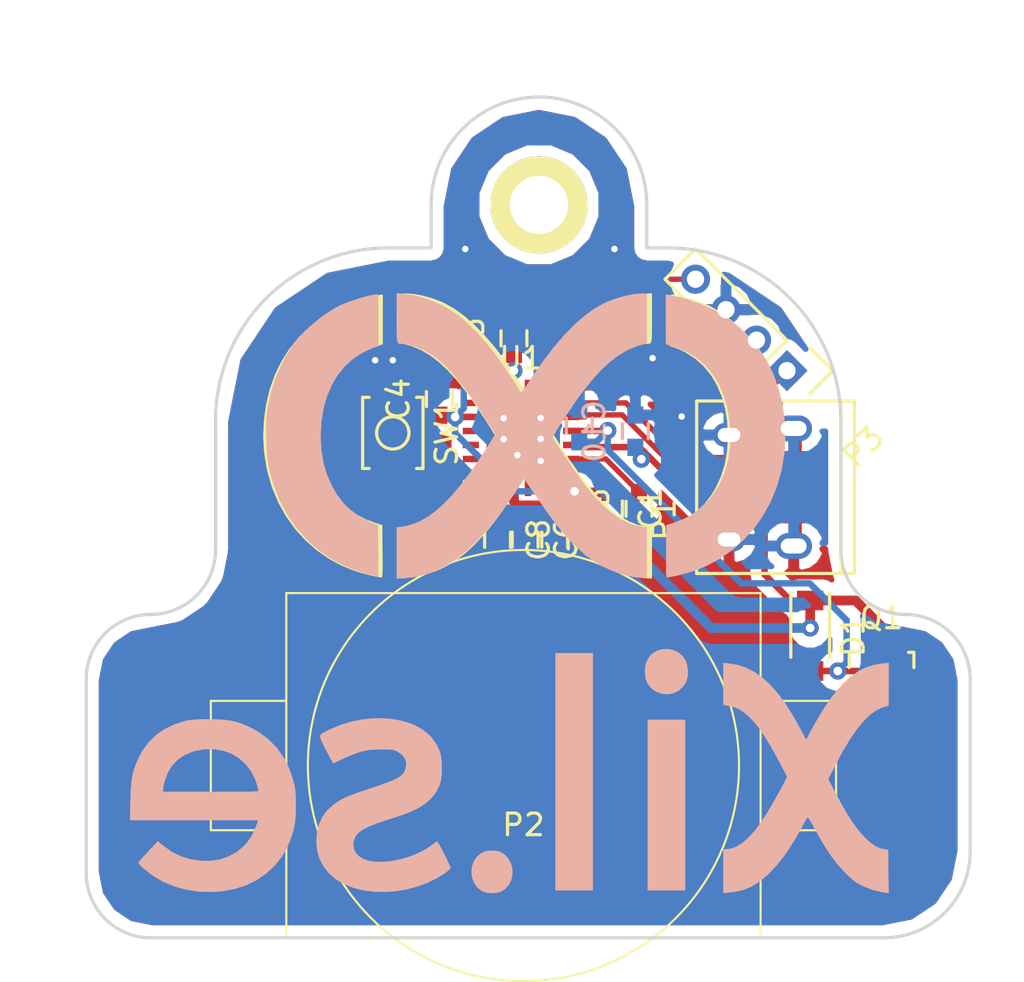
<source format=kicad_pcb>
(kicad_pcb (version 20160815) (host pcbnew "(2016-11-09 revision 58af5bc)-makepkg")

  (general
    (links 61)
    (no_connects 0)
    (area 125 72.5 172.500001 118.260001)
    (thickness 1.6)
    (drawings 18)
    (tracks 113)
    (zones 0)
    (modules 32)
    (nets 24)
  )

  (page A4)
  (layers
    (0 F.Cu signal)
    (31 B.Cu signal)
    (32 B.Adhes user hide)
    (33 F.Adhes user hide)
    (34 B.Paste user hide)
    (35 F.Paste user hide)
    (36 B.SilkS user)
    (37 F.SilkS user)
    (38 B.Mask user)
    (39 F.Mask user)
    (40 Dwgs.User user hide)
    (41 Cmts.User user hide)
    (42 Eco1.User user hide)
    (43 Eco2.User user hide)
    (44 Edge.Cuts user)
    (45 Margin user hide)
    (46 B.CrtYd user hide)
    (47 F.CrtYd user hide)
    (48 B.Fab user hide)
    (49 F.Fab user hide)
  )

  (setup
    (last_trace_width 0.25)
    (trace_clearance 0.2)
    (zone_clearance 0.508)
    (zone_45_only no)
    (trace_min 0.2)
    (segment_width 0.2)
    (edge_width 0.15)
    (via_size 0.6)
    (via_drill 0.3)
    (via_min_size 0.4)
    (via_min_drill 0.3)
    (uvia_size 0.3)
    (uvia_drill 0.1)
    (uvias_allowed no)
    (uvia_min_size 0.2)
    (uvia_min_drill 0.1)
    (pcb_text_width 0.3)
    (pcb_text_size 1.5 1.5)
    (mod_edge_width 0.15)
    (mod_text_size 1 1)
    (mod_text_width 0.15)
    (pad_size 0.6 0.6)
    (pad_drill 0.3)
    (pad_to_mask_clearance 0.2)
    (aux_axis_origin 0 0)
    (visible_elements 7FFFFF7F)
    (pcbplotparams
      (layerselection 0x010f0_ffffffff)
      (usegerberextensions true)
      (excludeedgelayer true)
      (linewidth 0.100000)
      (plotframeref false)
      (viasonmask false)
      (mode 1)
      (useauxorigin false)
      (hpglpennumber 1)
      (hpglpenspeed 20)
      (hpglpendiameter 15)
      (psnegative false)
      (psa4output false)
      (plotreference true)
      (plotvalue true)
      (plotinvisibletext false)
      (padsonsilk false)
      (subtractmaskfromsilk false)
      (outputformat 1)
      (mirror false)
      (drillshape 0)
      (scaleselection 1)
      (outputdirectory gerber))
  )

  (net 0 "")
  (net 1 +3V3)
  (net 2 GND)
  (net 3 "Net-(C5-Pad2)")
  (net 4 /VBUS)
  (net 5 "Net-(P1-Pad4)")
  (net 6 /USB_D+)
  (net 7 /USB_D-)
  (net 8 "Net-(U1-Pad24)")
  (net 9 "Net-(U1-Pad23)")
  (net 10 "Net-(U1-Pad21)")
  (net 11 "Net-(U1-Pad11)")
  (net 12 "Net-(U1-Pad10)")
  (net 13 "Net-(U1-Pad8)")
  (net 14 "Net-(U1-Pad6)")
  (net 15 "Net-(U1-Pad5)")
  (net 16 "Net-(U1-Pad4)")
  (net 17 "Net-(U1-Pad3)")
  (net 18 "Net-(U1-Pad1)")
  (net 19 /VREGO)
  (net 20 /VBAT)
  (net 21 "Net-(SW1-Pad2)")
  (net 22 /SWDIO)
  (net 23 /SWCLK)

  (net_class Default "This is the default net class."
    (clearance 0.2)
    (trace_width 0.25)
    (via_dia 0.6)
    (via_drill 0.3)
    (uvia_dia 0.3)
    (uvia_drill 0.1)
    (diff_pair_gap 0.25)
    (diff_pair_width 0.2)
    (add_net /SWCLK)
    (add_net /SWDIO)
    (add_net /USB_D+)
    (add_net /USB_D-)
    (add_net GND)
    (add_net "Net-(C5-Pad2)")
    (add_net "Net-(P1-Pad4)")
    (add_net "Net-(SW1-Pad2)")
    (add_net "Net-(U1-Pad1)")
    (add_net "Net-(U1-Pad10)")
    (add_net "Net-(U1-Pad11)")
    (add_net "Net-(U1-Pad21)")
    (add_net "Net-(U1-Pad23)")
    (add_net "Net-(U1-Pad24)")
    (add_net "Net-(U1-Pad3)")
    (add_net "Net-(U1-Pad4)")
    (add_net "Net-(U1-Pad5)")
    (add_net "Net-(U1-Pad6)")
    (add_net "Net-(U1-Pad8)")
  )

  (net_class Power ""
    (clearance 0.2)
    (trace_width 0.3)
    (via_dia 0.8)
    (via_drill 0.4)
    (uvia_dia 0.3)
    (uvia_drill 0.1)
    (diff_pair_gap 0.25)
    (diff_pair_width 0.2)
    (add_net +3V3)
    (add_net /VBAT)
    (add_net /VBUS)
    (add_net /VREGO)
  )

  (module GNDVIA:GND_VIA_0.6mm (layer F.Cu) (tedit 5824D245) (tstamp 5824D643)
    (at 156.62 91.82)
    (fp_text reference REF** (at 0 0.43) (layer F.SilkS) hide
      (effects (font (size 0.127 0.127) (thickness 0.00001)))
    )
    (fp_text value VIA_0.6mm (at 0 -0.43) (layer F.Fab) hide
      (effects (font (size 0.127 0.127) (thickness 0.0015)))
    )
    (pad 1 thru_hole circle (at 0 0) (size 0.6 0.6) (drill 0.3) (layers *.Cu)
      (net 2 GND) (zone_connect 2))
  )

  (module GNDVIA:GND_VIA_0.6mm (layer F.Cu) (tedit 5824D245) (tstamp 5824D5FA)
    (at 142.4 89.21)
    (fp_text reference REF** (at 0 0.43) (layer F.SilkS) hide
      (effects (font (size 0.127 0.127) (thickness 0.00001)))
    )
    (fp_text value VIA_0.6mm (at 0 -0.43) (layer F.Fab) hide
      (effects (font (size 0.127 0.127) (thickness 0.0015)))
    )
    (pad 1 thru_hole circle (at 0 0) (size 0.6 0.6) (drill 0.3) (layers *.Cu)
      (net 2 GND) (zone_connect 2))
  )

  (module GNDVIA:GND_VIA_0.6mm (layer F.Cu) (tedit 5824D245) (tstamp 5824D5EE)
    (at 143.22 89.21)
    (fp_text reference REF** (at 0 0.43) (layer F.SilkS) hide
      (effects (font (size 0.127 0.127) (thickness 0.00001)))
    )
    (fp_text value VIA_0.6mm (at 0 -0.43) (layer F.Fab) hide
      (effects (font (size 0.127 0.127) (thickness 0.0015)))
    )
    (pad 1 thru_hole circle (at 0 0) (size 0.6 0.6) (drill 0.3) (layers *.Cu)
      (net 2 GND) (zone_connect 2))
  )

  (module GNDVIA:GND_VIA_0.6mm (layer F.Cu) (tedit 5824D245) (tstamp 5824D5AA)
    (at 150.03 93.88)
    (fp_text reference REF** (at 0 0.43) (layer F.SilkS) hide
      (effects (font (size 0.127 0.127) (thickness 0.00001)))
    )
    (fp_text value VIA_0.6mm (at 0 -0.43) (layer F.Fab) hide
      (effects (font (size 0.127 0.127) (thickness 0.0015)))
    )
    (pad 1 thru_hole circle (at 0.05 0) (size 0.6 0.6) (drill 0.3) (layers *.Cu)
      (net 2 GND) (zone_connect 2))
  )

  (module GNDVIA:GND_VIA_0.6mm (layer F.Cu) (tedit 5824D245) (tstamp 5824D5A6)
    (at 149 93.61)
    (fp_text reference REF** (at 0 0.43) (layer F.SilkS) hide
      (effects (font (size 0.127 0.127) (thickness 0.00001)))
    )
    (fp_text value VIA_0.6mm (at 0 -0.43) (layer F.Fab) hide
      (effects (font (size 0.127 0.127) (thickness 0.0015)))
    )
    (pad 1 thru_hole circle (at 0 0) (size 0.6 0.6) (drill 0.3) (layers *.Cu)
      (net 2 GND) (zone_connect 2))
  )

  (module GNDVIA:GND_VIA_0.6mm (layer F.Cu) (tedit 5824D245) (tstamp 5824D5A2)
    (at 148.36 92.87)
    (fp_text reference REF** (at 0 0.43) (layer F.SilkS) hide
      (effects (font (size 0.127 0.127) (thickness 0.00001)))
    )
    (fp_text value VIA_0.6mm (at 0 -0.43) (layer F.Fab) hide
      (effects (font (size 0.127 0.127) (thickness 0.0015)))
    )
    (pad 1 thru_hole circle (at 0 0) (size 0.6 0.6) (drill 0.3) (layers *.Cu)
      (net 2 GND) (zone_connect 2))
  )

  (module GNDVIA:GND_VIA_0.6mm (layer F.Cu) (tedit 5824D245) (tstamp 5824D59E)
    (at 150.03 92.86)
    (fp_text reference REF** (at 0 0.43) (layer F.SilkS) hide
      (effects (font (size 0.127 0.127) (thickness 0.00001)))
    )
    (fp_text value VIA_0.6mm (at 0 -0.43) (layer F.Fab) hide
      (effects (font (size 0.127 0.127) (thickness 0.0015)))
    )
    (pad 1 thru_hole circle (at 0.05 0) (size 0.6 0.6) (drill 0.3) (layers *.Cu)
      (net 2 GND) (zone_connect 2))
  )

  (module GNDVIA:GND_VIA_0.6mm (layer F.Cu) (tedit 5824D245) (tstamp 5824D59A)
    (at 150.08 91.89)
    (fp_text reference REF** (at 0 0.43) (layer F.SilkS) hide
      (effects (font (size 0.127 0.127) (thickness 0.00001)))
    )
    (fp_text value VIA_0.6mm (at 0 -0.43) (layer F.Fab) hide
      (effects (font (size 0.127 0.127) (thickness 0.0015)))
    )
    (pad 1 thru_hole circle (at 0 0) (size 0.6 0.6) (drill 0.3) (layers *.Cu)
      (net 2 GND) (zone_connect 2))
  )

  (module GNDVIA:GND_VIA_0.6mm (layer F.Cu) (tedit 5824D245) (tstamp 5824D595)
    (at 148.37 91.9)
    (fp_text reference REF** (at 0 0.43) (layer F.SilkS) hide
      (effects (font (size 0.127 0.127) (thickness 0.00001)))
    )
    (fp_text value VIA_0.6mm (at 0 -0.43) (layer F.Fab) hide
      (effects (font (size 0.127 0.127) (thickness 0.0015)))
    )
    (pad 1 thru_hole circle (at -0.01 0) (size 0.6 0.6) (drill 0.3) (layers *.Cu)
      (net 2 GND) (zone_connect 2))
  )

  (module GNDVIA:GND_VIA_0.6mm (layer F.Cu) (tedit 5824D245) (tstamp 5824D2EC)
    (at 153.5 84.1)
    (fp_text reference REF** (at 0 0.43) (layer F.SilkS) hide
      (effects (font (size 0.127 0.127) (thickness 0.00001)))
    )
    (fp_text value VIA_0.6mm (at 0 -0.43) (layer F.Fab) hide
      (effects (font (size 0.127 0.127) (thickness 0.0015)))
    )
    (pad 1 thru_hole circle (at 0 -0.05) (size 0.6 0.6) (drill 0.3) (layers *.Cu)
      (net 2 GND) (zone_connect 2))
  )

  (module GNDVIA:GND_VIA_0.6mm (layer F.Cu) (tedit 5824D245) (tstamp 5824D2E8)
    (at 146.58 84.05)
    (fp_text reference REF** (at 0 0.43) (layer F.SilkS) hide
      (effects (font (size 0.127 0.127) (thickness 0.00001)))
    )
    (fp_text value VIA_0.6mm (at 0 -0.43) (layer F.Fab) hide
      (effects (font (size 0.127 0.127) (thickness 0.0015)))
    )
    (pad 1 thru_hole circle (at 0 0) (size 0.6 0.6) (drill 0.3) (layers *.Cu)
      (net 2 GND) (zone_connect 2))
  )

  (module GNDVIA:GND_VIA_0.6mm (layer F.Cu) (tedit 5824D245) (tstamp 5824D2E0)
    (at 155.27 89.11)
    (fp_text reference REF** (at 0 0.43) (layer F.SilkS) hide
      (effects (font (size 0.127 0.127) (thickness 0.00001)))
    )
    (fp_text value VIA_0.6mm (at 0 -0.43) (layer F.Fab) hide
      (effects (font (size 0.127 0.127) (thickness 0.0015)))
    )
    (pad 1 thru_hole circle (at 0 0) (size 0.6 0.6) (drill 0.3) (layers *.Cu)
      (net 2 GND) (zone_connect 2))
  )

  (module battery_extra:CR2032_SMD (layer F.Cu) (tedit 57C5C94A) (tstamp 5824CB75)
    (at 149.28 108.01)
    (path /5825369E)
    (fp_text reference P2 (at 0 2.75) (layer F.SilkS)
      (effects (font (size 1 1) (thickness 0.15)))
    )
    (fp_text value VBAT (at 0 -2.1) (layer F.Fab)
      (effects (font (size 1 1) (thickness 0.15)))
    )
    (fp_line (start -14.5 -3) (end -11 -3) (layer F.SilkS) (width 0.1))
    (fp_line (start -14.5 3) (end -14.5 -3) (layer F.SilkS) (width 0.1))
    (fp_line (start -11 3) (end -14.5 3) (layer F.SilkS) (width 0.1))
    (fp_circle (center 0 0) (end 10 0) (layer F.SilkS) (width 0.1))
    (fp_line (start -11 8) (end -11 -8) (layer F.SilkS) (width 0.1))
    (fp_line (start 11 8) (end -11 8) (layer F.SilkS) (width 0.1))
    (fp_line (start 11 -8) (end 11 8) (layer F.SilkS) (width 0.1))
    (fp_line (start -11 -8) (end 11 -8) (layer F.SilkS) (width 0.1))
    (fp_line (start 14.5 3) (end 11 3) (layer F.SilkS) (width 0.1))
    (fp_line (start 14.5 -3) (end 14.5 3) (layer F.SilkS) (width 0.1))
    (fp_line (start 11 -3) (end 14.5 -3) (layer F.SilkS) (width 0.1))
    (pad 1 smd rect (at -16.15 0) (size 3 3.5) (layers F.Cu F.Paste F.Mask)
      (net 2 GND))
    (pad 2 smd rect (at 16.15 0) (size 3 3.5) (layers F.Cu F.Paste F.Mask)
      (net 20 /VBAT))
  )

  (module keychain:silk_loop (layer F.Cu) (tedit 0) (tstamp 5824B9EE)
    (at 149.99 100)
    (fp_text reference G*** (at 0 0) (layer F.SilkS) hide
      (effects (font (thickness 0.3)))
    )
    (fp_text value LOGO (at 0.75 0) (layer F.SilkS) hide
      (effects (font (thickness 0.3)))
    )
    (fp_poly (pts (xy 6.324253 -13.824981) (xy 6.537822 -13.780393) (xy 6.792292 -13.714007) (xy 7.069166 -13.631514)
      (xy 7.349945 -13.538603) (xy 7.616133 -13.440963) (xy 7.849232 -13.344283) (xy 7.961655 -13.291054)
      (xy 8.363049 -13.059624) (xy 8.775724 -12.769208) (xy 9.181118 -12.436178) (xy 9.560668 -12.076904)
      (xy 9.895811 -11.707758) (xy 10.167836 -11.345333) (xy 10.545032 -10.700268) (xy 10.85139 -10.012877)
      (xy 11.083367 -9.292213) (xy 11.219935 -8.657167) (xy 11.251243 -8.459891) (xy 11.273929 -8.285068)
      (xy 11.288872 -8.11425) (xy 11.296951 -7.928987) (xy 11.299043 -7.710831) (xy 11.296028 -7.441333)
      (xy 11.29051 -7.1755) (xy 11.277019 -6.757332) (xy 11.255492 -6.403296) (xy 11.222699 -6.092992)
      (xy 11.175408 -5.806021) (xy 11.110389 -5.521985) (xy 11.024412 -5.220485) (xy 10.938671 -4.953909)
      (xy 10.669068 -4.272152) (xy 10.332095 -3.637406) (xy 9.931842 -3.053501) (xy 9.472401 -2.524265)
      (xy 8.957863 -2.053528) (xy 8.392319 -1.645118) (xy 7.779858 -1.302864) (xy 7.124573 -1.030596)
      (xy 6.570319 -0.86526) (xy 6.393483 -0.821957) (xy 6.24786 -0.787635) (xy 6.152691 -0.766753)
      (xy 6.127091 -0.762501) (xy 6.119089 -0.802912) (xy 6.112594 -0.917284) (xy 6.107796 -1.094921)
      (xy 6.104885 -1.325127) (xy 6.104054 -1.597206) (xy 6.105492 -1.900462) (xy 6.105924 -1.948892)
      (xy 6.117167 -3.135783) (xy 6.467131 -3.276872) (xy 6.93043 -3.502544) (xy 7.338855 -3.785933)
      (xy 7.69838 -4.132535) (xy 8.01498 -4.547845) (xy 8.215893 -4.885415) (xy 8.458046 -5.41013)
      (xy 8.630545 -5.960994) (xy 8.735698 -6.547875) (xy 8.775814 -7.180639) (xy 8.776362 -7.281333)
      (xy 8.742617 -7.935608) (xy 8.644962 -8.548479) (xy 8.48534 -9.11617) (xy 8.265696 -9.634903)
      (xy 7.987974 -10.100902) (xy 7.654119 -10.510389) (xy 7.266074 -10.859589) (xy 6.825784 -11.144723)
      (xy 6.773333 -11.172487) (xy 6.599305 -11.257741) (xy 6.428583 -11.333204) (xy 6.293707 -11.384637)
      (xy 6.275917 -11.390193) (xy 6.096 -11.443402) (xy 6.096 -12.643201) (xy 6.096309 -12.993859)
      (xy 6.097611 -13.268937) (xy 6.100468 -13.477518) (xy 6.10544 -13.628689) (xy 6.113089 -13.731534)
      (xy 6.123977 -13.795139) (xy 6.138665 -13.828587) (xy 6.157714 -13.840964) (xy 6.170083 -13.842084)
      (xy 6.324253 -13.824981)) (layer F.SilkS) (width 0.01))
    (fp_poly (pts (xy -7.239332 -12.688358) (xy -7.239663 -11.535833) (xy -7.673248 -11.397761) (xy -8.175959 -11.195582)
      (xy -8.62829 -10.926403) (xy -9.028587 -10.592463) (xy -9.375194 -10.196004) (xy -9.666457 -9.739267)
      (xy -9.900719 -9.224491) (xy -10.076327 -8.653919) (xy -10.191624 -8.02979) (xy -10.197923 -7.979833)
      (xy -10.242779 -7.327976) (xy -10.216583 -6.701584) (xy -10.120877 -6.106191) (xy -9.9572 -5.547329)
      (xy -9.727096 -5.030528) (xy -9.432105 -4.561321) (xy -9.151819 -4.225413) (xy -8.803707 -3.89315)
      (xy -8.444874 -3.629718) (xy -8.051828 -3.42025) (xy -7.62 -3.255964) (xy -7.260167 -3.139509)
      (xy -7.248934 -1.929588) (xy -7.245949 -1.577569) (xy -7.244605 -1.30116) (xy -7.245378 -1.091314)
      (xy -7.248744 -0.93898) (xy -7.25518 -0.835113) (xy -7.26516 -0.770662) (xy -7.279162 -0.736579)
      (xy -7.297662 -0.723817) (xy -7.312434 -0.722673) (xy -7.38483 -0.732358) (xy -7.517527 -0.755878)
      (xy -7.688084 -0.789126) (xy -7.789333 -0.809953) (xy -8.475988 -0.996084) (xy -9.128616 -1.257388)
      (xy -9.742528 -1.589619) (xy -10.313035 -1.988528) (xy -10.835448 -2.449867) (xy -11.305077 -2.96939)
      (xy -11.717233 -3.542848) (xy -12.067227 -4.165994) (xy -12.350369 -4.83458) (xy -12.404172 -4.9902)
      (xy -12.609992 -5.734104) (xy -12.734671 -6.484267) (xy -12.778625 -7.246677) (xy -12.742267 -8.027326)
      (xy -12.657805 -8.656359) (xy -12.493289 -9.382925) (xy -12.25713 -10.066522) (xy -11.952245 -10.704302)
      (xy -11.581549 -11.293414) (xy -11.147957 -11.831011) (xy -10.654384 -12.314242) (xy -10.103747 -12.740259)
      (xy -9.498961 -13.106212) (xy -8.842941 -13.409253) (xy -8.138602 -13.646532) (xy -7.388861 -13.815201)
      (xy -7.376583 -13.817314) (xy -7.239 -13.840883) (xy -7.239332 -12.688358)) (layer F.SilkS) (width 0.01))
    (fp_poly (pts (xy 5.249333 -12.752949) (xy 5.249441 -12.403551) (xy 5.248411 -12.129651) (xy 5.244211 -11.922086)
      (xy 5.23481 -11.771691) (xy 5.218174 -11.669304) (xy 5.192274 -11.605759) (xy 5.155077 -11.571895)
      (xy 5.10455 -11.558546) (xy 5.038664 -11.556549) (xy 4.98417 -11.557) (xy 4.80463 -11.536902)
      (xy 4.577703 -11.48214) (xy 4.328956 -11.401009) (xy 4.083959 -11.301808) (xy 3.876579 -11.197592)
      (xy 3.584859 -11.014172) (xy 3.297303 -10.796885) (xy 3.00893 -10.540067) (xy 2.714764 -10.238051)
      (xy 2.409826 -9.885172) (xy 2.089138 -9.475765) (xy 1.747721 -9.004165) (xy 1.380598 -8.464706)
      (xy 1.106905 -8.045624) (xy 0.668644 -7.36487) (xy 0.979905 -6.868687) (xy 1.435061 -6.165761)
      (xy 1.869733 -5.541756) (xy 2.286455 -4.994115) (xy 2.687759 -4.52028) (xy 3.07618 -4.117696)
      (xy 3.454251 -3.783804) (xy 3.824505 -3.516048) (xy 4.189475 -3.311871) (xy 4.551695 -3.168715)
      (xy 4.682468 -3.131481) (xy 4.854945 -3.091209) (xy 5.010386 -3.061596) (xy 5.118775 -3.048252)
      (xy 5.129105 -3.048) (xy 5.249333 -3.048) (xy 5.249333 -0.664837) (xy 4.850016 -0.692906)
      (xy 4.34055 -0.757246) (xy 3.846757 -0.879167) (xy 3.365158 -1.061353) (xy 2.892275 -1.306487)
      (xy 2.424629 -1.617255) (xy 1.958742 -1.996339) (xy 1.491135 -2.446425) (xy 1.018329 -2.970195)
      (xy 0.536847 -3.570335) (xy 0.04321 -4.249527) (xy -0.177321 -4.572) (xy -0.32209 -4.785899)
      (xy -0.451361 -4.97422) (xy -0.557588 -5.126188) (xy -0.633225 -5.231027) (xy -0.670726 -5.277964)
      (xy -0.672734 -5.279399) (xy -0.702277 -5.248157) (xy -0.770817 -5.155712) (xy -0.871448 -5.012006)
      (xy -0.99727 -4.826981) (xy -1.141378 -4.610578) (xy -1.216489 -4.496232) (xy -1.678144 -3.815729)
      (xy -2.123484 -3.213439) (xy -2.557342 -2.685593) (xy -2.984555 -2.228421) (xy -3.409958 -1.838154)
      (xy -3.838387 -1.511024) (xy -4.274679 -1.24326) (xy -4.723667 -1.031095) (xy -5.190189 -0.870758)
      (xy -5.679079 -0.75848) (xy -6.085417 -0.701164) (xy -6.35 -0.673129) (xy -6.35 -3.028913)
      (xy -6.021925 -3.081112) (xy -5.616796 -3.186352) (xy -5.207004 -3.374089) (xy -4.792077 -3.644684)
      (xy -4.371539 -3.9985) (xy -3.944917 -4.435897) (xy -3.511736 -4.957238) (xy -3.437481 -5.054145)
      (xy -3.327041 -5.20392) (xy -3.191675 -5.393846) (xy -3.038327 -5.613546) (xy -2.873937 -5.852646)
      (xy -2.705449 -6.100768) (xy -2.539803 -6.347537) (xy -2.383943 -6.582577) (xy -2.24481 -6.795512)
      (xy -2.129345 -6.975965) (xy -2.044491 -7.113562) (xy -1.99719 -7.197926) (xy -1.989692 -7.218117)
      (xy -2.012622 -7.274227) (xy -2.076793 -7.389262) (xy -2.17524 -7.552547) (xy -2.300995 -7.753407)
      (xy -2.447092 -7.981165) (xy -2.606564 -8.225146) (xy -2.772443 -8.474674) (xy -2.937764 -8.719074)
      (xy -3.095559 -8.94767) (xy -3.238862 -9.149786) (xy -3.340505 -9.288056) (xy -3.784119 -9.844563)
      (xy -4.217072 -10.319563) (xy -4.641974 -10.715171) (xy -5.061434 -11.033498) (xy -5.478063 -11.27666)
      (xy -5.89447 -11.446769) (xy -6.067449 -11.496319) (xy -6.35 -11.567293) (xy -6.35 -13.885333)
      (xy -6.143879 -13.885333) (xy -5.816762 -13.862004) (xy -5.445475 -13.796234) (xy -5.055056 -13.694356)
      (xy -4.670544 -13.5627) (xy -4.384917 -13.440616) (xy -3.931554 -13.187343) (xy -3.466646 -12.851399)
      (xy -2.991209 -12.433842) (xy -2.506261 -11.93573) (xy -2.012818 -11.358121) (xy -1.511897 -10.702074)
      (xy -1.004515 -9.968647) (xy -0.908473 -9.822184) (xy -0.768233 -9.608643) (xy -0.665595 -9.45874)
      (xy -0.59353 -9.364166) (xy -0.545008 -9.316611) (xy -0.512999 -9.307766) (xy -0.490911 -9.328592)
      (xy -0.359769 -9.53921) (xy -0.191566 -9.798763) (xy 0.000609 -10.08797) (xy 0.203663 -10.387552)
      (xy 0.404505 -10.678229) (xy 0.590044 -10.940723) (xy 0.747188 -11.155753) (xy 0.773343 -11.190427)
      (xy 1.045295 -11.529559) (xy 1.347209 -11.873357) (xy 1.663084 -12.205439) (xy 1.976917 -12.509425)
      (xy 2.272707 -12.768935) (xy 2.453141 -12.910001) (xy 2.924555 -13.215581) (xy 3.434305 -13.472397)
      (xy 3.963279 -13.672993) (xy 4.492366 -13.809915) (xy 4.912936 -13.869452) (xy 5.249333 -13.897506)
      (xy 5.249333 -12.752949)) (layer F.SilkS) (width 0.01))
  )

  (module Mounting_Holes:MountingHole_2.7mm_M2.5_ISO14580_Pad (layer F.Cu) (tedit 58238B4A) (tstamp 5826E58E)
    (at 150 82)
    (descr "Mounting Hole 2.7mm, M2.5, ISO14580")
    (tags "mounting hole 2.7mm m2.5 iso14580")
    (fp_text reference REF** (at 0 -3.25) (layer F.SilkS) hide
      (effects (font (size 1 1) (thickness 0.15)))
    )
    (fp_text value MountingHole_2.7mm_M2.5_ISO14580_Pad (at 0 3.25) (layer F.Fab) hide
      (effects (font (size 1 1) (thickness 0.15)))
    )
    (fp_circle (center 0 0) (end 2.5 0) (layer F.CrtYd) (width 0.05))
    (fp_circle (center 0 0) (end 2.25 0) (layer Cmts.User) (width 0.15))
    (pad 1 thru_hole circle (at 0 0) (size 4.5 4.5) (drill 2.7) (layers *.Cu *.Mask F.SilkS))
  )

  (module keychain:silk (layer B.Cu) (tedit 582386DC) (tstamp 5825E36B)
    (at 148.65 100 180)
    (fp_text reference G*** (at 0 0 180) (layer B.SilkS) hide
      (effects (font (thickness 0.3)) (justify mirror))
    )
    (fp_text value LOGO (at 0.75 0 180) (layer B.SilkS) hide
      (effects (font (thickness 0.3)) (justify mirror))
    )
    (fp_poly (pts (xy -17.266361 -3.278482) (xy -16.884485 -3.342486) (xy -16.520407 -3.459638) (xy -16.17026 -3.633548)
      (xy -15.830175 -3.867824) (xy -15.496284 -4.166075) (xy -15.164717 -4.531911) (xy -14.831608 -4.968941)
      (xy -14.493088 -5.480775) (xy -14.145288 -6.07102) (xy -14.009696 -6.316974) (xy -13.741806 -6.811044)
      (xy -13.491741 -6.340238) (xy -13.134281 -5.702662) (xy -12.781281 -5.146402) (xy -12.429502 -4.668458)
      (xy -12.075704 -4.26583) (xy -11.716647 -3.935517) (xy -11.349092 -3.67452) (xy -10.969799 -3.479839)
      (xy -10.575528 -3.348474) (xy -10.186895 -3.279884) (xy -9.906 -3.249803) (xy -9.906 -5.197953)
      (xy -10.165394 -5.243645) (xy -10.413227 -5.303641) (xy -10.633635 -5.397109) (xy -10.848965 -5.536412)
      (xy -11.081563 -5.733915) (xy -11.124664 -5.774391) (xy -11.352376 -6.015339) (xy -11.588126 -6.314518)
      (xy -11.835537 -6.677335) (xy -12.098235 -7.109198) (xy -12.379843 -7.615514) (xy -12.460377 -7.767183)
      (xy -12.86086 -8.5282) (xy -12.732493 -8.783183) (xy -12.664847 -8.913475) (xy -12.567156 -9.096328)
      (xy -12.450887 -9.310517) (xy -12.327511 -9.534813) (xy -12.285947 -9.609667) (xy -11.965572 -10.159531)
      (xy -11.660837 -10.629019) (xy -11.369476 -11.020504) (xy -11.089224 -11.336362) (xy -10.817817 -11.578968)
      (xy -10.552989 -11.750695) (xy -10.292476 -11.853921) (xy -10.114497 -11.886405) (xy -9.906 -11.906439)
      (xy -9.906 -13.928667) (xy -10.06475 -13.908761) (xy -10.207337 -13.891573) (xy -10.376297 -13.872119)
      (xy -10.435167 -13.86556) (xy -10.834177 -13.77936) (xy -11.231726 -13.609117) (xy -11.627168 -13.355451)
      (xy -12.019855 -13.018981) (xy -12.409143 -12.600326) (xy -12.794385 -12.100107) (xy -13.174934 -11.518943)
      (xy -13.527027 -10.900833) (xy -13.618431 -10.731789) (xy -13.69962 -10.584836) (xy -13.759404 -10.480064)
      (xy -13.780941 -10.444909) (xy -13.804236 -10.425246) (xy -13.834989 -10.436944) (xy -13.879456 -10.488774)
      (xy -13.943896 -10.58951) (xy -14.034567 -10.747922) (xy -14.157725 -10.972783) (xy -14.158426 -10.974076)
      (xy -14.432842 -11.463726) (xy -14.689307 -11.88478) (xy -14.936106 -12.249141) (xy -15.181523 -12.568712)
      (xy -15.433842 -12.855398) (xy -15.553476 -12.978478) (xy -15.747013 -13.167038) (xy -15.904641 -13.307342)
      (xy -16.046362 -13.414715) (xy -16.19218 -13.504479) (xy -16.340667 -13.581511) (xy -16.802419 -13.770374)
      (xy -17.262788 -13.881514) (xy -17.389174 -13.898868) (xy -17.569846 -13.919813) (xy -17.558507 -12.918824)
      (xy -17.547167 -11.917836) (xy -17.353299 -11.890126) (xy -17.13977 -11.837952) (xy -16.932935 -11.73874)
      (xy -16.717724 -11.583313) (xy -16.479067 -11.362488) (xy -16.466648 -11.349969) (xy -16.270807 -11.137741)
      (xy -16.076214 -10.896501) (xy -15.877483 -10.617876) (xy -15.669226 -10.293493) (xy -15.446054 -9.91498)
      (xy -15.202581 -9.473962) (xy -14.946723 -8.987836) (xy -14.76759 -8.641172) (xy -15.13199 -7.925436)
      (xy -15.46239 -7.30849) (xy -15.78333 -6.774573) (xy -16.095653 -6.322674) (xy -16.4002 -5.951785)
      (xy -16.697812 -5.660895) (xy -16.989332 -5.448995) (xy -17.2756 -5.315075) (xy -17.319992 -5.301105)
      (xy -17.568216 -5.228167) (xy -17.568275 -4.238447) (xy -17.568333 -3.248727) (xy -17.266361 -3.278482)) (layer B.SilkS) (width 0.01))
    (fp_poly (pts (xy 1.047966 -11.969886) (xy 1.186208 -12.007095) (xy 1.333022 -12.084071) (xy 1.337983 -12.087092)
      (xy 1.536799 -12.254098) (xy 1.676441 -12.465839) (xy 1.757519 -12.707097) (xy 1.780641 -12.962656)
      (xy 1.746417 -13.217297) (xy 1.655457 -13.455803) (xy 1.508371 -13.662958) (xy 1.305768 -13.823542)
      (xy 1.267592 -13.844228) (xy 1.090848 -13.901231) (xy 0.871934 -13.925233) (xy 0.646935 -13.915552)
      (xy 0.451937 -13.871502) (xy 0.423635 -13.86023) (xy 0.207691 -13.723938) (xy 0.043739 -13.534411)
      (xy -0.066089 -13.306841) (xy -0.119664 -13.056421) (xy -0.114854 -12.798344) (xy -0.049528 -12.5478)
      (xy 0.078443 -12.319984) (xy 0.19032 -12.196685) (xy 0.332476 -12.079528) (xy 0.467513 -12.007646)
      (xy 0.624049 -11.971106) (xy 0.830701 -11.959969) (xy 0.872316 -11.959886) (xy 1.047966 -11.969886)) (layer B.SilkS) (width 0.01))
    (fp_poly (pts (xy 6.339705 -5.823742) (xy 6.855435 -5.875188) (xy 7.368654 -5.977871) (xy 7.868957 -6.132378)
      (xy 8.276167 -6.304834) (xy 8.4902 -6.406287) (xy 8.644998 -6.483788) (xy 8.744376 -6.551785)
      (xy 8.792149 -6.624723) (xy 8.792131 -6.717046) (xy 8.748137 -6.843201) (xy 8.663982 -7.017633)
      (xy 8.543482 -7.254787) (xy 8.532707 -7.27626) (xy 8.425078 -7.486975) (xy 8.329067 -7.667074)
      (xy 8.251388 -7.804592) (xy 8.19875 -7.887562) (xy 8.179175 -7.906619) (xy 7.843277 -7.739943)
      (xy 7.510393 -7.589518) (xy 7.203856 -7.465405) (xy 6.963833 -7.382699) (xy 6.793571 -7.334182)
      (xy 6.643847 -7.301077) (xy 6.490173 -7.280391) (xy 6.308058 -7.269129) (xy 6.073014 -7.264297)
      (xy 5.990167 -7.263664) (xy 5.748443 -7.263459) (xy 5.573865 -7.267529) (xy 5.448943 -7.277923)
      (xy 5.356186 -7.296691) (xy 5.278102 -7.325881) (xy 5.222908 -7.35356) (xy 5.007918 -7.505128)
      (xy 4.867198 -7.686436) (xy 4.803662 -7.890435) (xy 4.82022 -8.110078) (xy 4.861452 -8.228137)
      (xy 4.917652 -8.33366) (xy 4.992442 -8.428091) (xy 5.094554 -8.516063) (xy 5.232719 -8.602211)
      (xy 5.415668 -8.691168) (xy 5.652133 -8.787569) (xy 5.950844 -8.896048) (xy 6.320533 -9.021238)
      (xy 6.4135 -9.051892) (xy 6.803706 -9.181983) (xy 7.124128 -9.293796) (xy 7.386371 -9.392387)
      (xy 7.602041 -9.482809) (xy 7.782741 -9.570118) (xy 7.940076 -9.659367) (xy 8.085651 -9.755612)
      (xy 8.16932 -9.81667) (xy 8.473343 -10.093124) (xy 8.704923 -10.411832) (xy 8.864772 -10.774312)
      (xy 8.9536 -11.182078) (xy 8.974041 -11.533025) (xy 8.934516 -11.956097) (xy 8.820952 -12.344343)
      (xy 8.637657 -12.695038) (xy 8.388935 -13.00546) (xy 8.079093 -13.272887) (xy 7.712435 -13.494596)
      (xy 7.293268 -13.667865) (xy 6.825897 -13.789971) (xy 6.314628 -13.858192) (xy 5.763766 -13.869804)
      (xy 5.326203 -13.839618) (xy 4.804763 -13.755547) (xy 4.28629 -13.61766) (xy 3.794284 -13.433787)
      (xy 3.352244 -13.211755) (xy 3.244245 -13.146112) (xy 3.026143 -13.003449) (xy 2.876113 -12.894518)
      (xy 2.787258 -12.813711) (xy 2.752678 -12.755417) (xy 2.751667 -12.745567) (xy 2.769805 -12.693343)
      (xy 2.819856 -12.579783) (xy 2.895275 -12.418979) (xy 2.989518 -12.225024) (xy 3.049171 -12.104995)
      (xy 3.178725 -11.853526) (xy 3.277877 -11.677493) (xy 3.348409 -11.574021) (xy 3.392105 -11.540235)
      (xy 3.398421 -11.541944) (xy 3.462388 -11.585965) (xy 3.560663 -11.659333) (xy 3.598333 -11.688457)
      (xy 3.911654 -11.899677) (xy 4.267864 -12.08287) (xy 4.653086 -12.235187) (xy 5.053441 -12.353777)
      (xy 5.455052 -12.435787) (xy 5.844039 -12.478368) (xy 6.206525 -12.478668) (xy 6.528632 -12.433836)
      (xy 6.790145 -12.344151) (xy 6.997616 -12.220488) (xy 7.136825 -12.079195) (xy 7.224176 -11.902177)
      (xy 7.240657 -11.847179) (xy 7.263908 -11.61096) (xy 7.203585 -11.381841) (xy 7.109153 -11.221121)
      (xy 6.98196 -11.092075) (xy 6.784612 -10.961226) (xy 6.513844 -10.827015) (xy 6.166392 -10.687883)
      (xy 5.738992 -10.542274) (xy 5.588 -10.495037) (xy 5.174711 -10.36343) (xy 4.831872 -10.243078)
      (xy 4.546934 -10.128516) (xy 4.30735 -10.014279) (xy 4.10057 -9.894901) (xy 3.917234 -9.767333)
      (xy 3.635206 -9.516744) (xy 3.420608 -9.236874) (xy 3.256506 -8.905569) (xy 3.254355 -8.900126)
      (xy 3.198535 -8.694687) (xy 3.164251 -8.433972) (xy 3.151611 -8.14462) (xy 3.160723 -7.853264)
      (xy 3.191697 -7.586542) (xy 3.244639 -7.371089) (xy 3.248098 -7.361506) (xy 3.410514 -7.013036)
      (xy 3.629313 -6.710469) (xy 3.775349 -6.558249) (xy 4.087613 -6.314573) (xy 4.459804 -6.118619)
      (xy 4.881514 -5.970973) (xy 5.342339 -5.872221) (xy 5.831871 -5.822949) (xy 6.339705 -5.823742)) (layer B.SilkS) (width 0.01))
    (fp_poly (pts (xy 14.293925 -5.867685) (xy 14.548749 -5.875754) (xy 14.74994 -5.890069) (xy 14.912964 -5.911703)
      (xy 15.043295 -5.939184) (xy 15.566552 -6.105555) (xy 16.025976 -6.326376) (xy 16.424268 -6.603735)
      (xy 16.764127 -6.939717) (xy 17.048254 -7.33641) (xy 17.190379 -7.598833) (xy 17.309111 -7.854875)
      (xy 17.40194 -8.088815) (xy 17.472266 -8.31763) (xy 17.523489 -8.558299) (xy 17.559008 -8.827796)
      (xy 17.582225 -9.1431) (xy 17.596537 -9.521186) (xy 17.59943 -9.641417) (xy 17.619088 -10.541)
      (xy 11.678294 -10.541) (xy 11.707536 -10.63625) (xy 11.840412 -11.005501) (xy 11.998137 -11.31462)
      (xy 12.19444 -11.587408) (xy 12.359784 -11.767117) (xy 12.685599 -12.034076) (xy 13.060369 -12.236216)
      (xy 13.475007 -12.370361) (xy 13.920429 -12.433334) (xy 14.262618 -12.432364) (xy 14.772827 -12.365858)
      (xy 15.237423 -12.230788) (xy 15.664448 -12.024088) (xy 16.054413 -11.74892) (xy 16.329075 -11.522365)
      (xy 16.779371 -12.002126) (xy 16.934202 -12.169524) (xy 17.066045 -12.316717) (xy 17.164918 -12.432185)
      (xy 17.220836 -12.50441) (xy 17.229667 -12.52165) (xy 17.200743 -12.568936) (xy 17.125227 -12.653274)
      (xy 17.028583 -12.747762) (xy 16.581534 -13.105053) (xy 16.08517 -13.396841) (xy 15.54613 -13.621166)
      (xy 14.971054 -13.776067) (xy 14.366581 -13.859583) (xy 13.739351 -13.869754) (xy 13.337461 -13.837847)
      (xy 12.764462 -13.732999) (xy 12.229986 -13.557929) (xy 11.739008 -13.316565) (xy 11.296502 -13.012832)
      (xy 10.90744 -12.650657) (xy 10.576797 -12.233966) (xy 10.309546 -11.766684) (xy 10.126333 -11.303)
      (xy 10.05168 -11.054376) (xy 9.997991 -10.832433) (xy 9.962231 -10.614075) (xy 9.941364 -10.376202)
      (xy 9.932357 -10.095716) (xy 9.931671 -9.821333) (xy 9.934755 -9.543631) (xy 9.941983 -9.328848)
      (xy 9.954376 -9.170936) (xy 11.656532 -9.170936) (xy 11.668456 -9.184696) (xy 11.699862 -9.196084)
      (xy 11.757384 -9.205324) (xy 11.847652 -9.212639) (xy 11.977298 -9.218251) (xy 12.152954 -9.222385)
      (xy 12.381251 -9.225262) (xy 12.668821 -9.227105) (xy 13.022295 -9.228138) (xy 13.448305 -9.228583)
      (xy 13.861314 -9.228667) (xy 16.086667 -9.228667) (xy 16.086667 -9.11836) (xy 16.076098 -9.018138)
      (xy 16.048743 -8.872526) (xy 16.020048 -8.750966) (xy 15.878142 -8.356462) (xy 15.672462 -8.017105)
      (xy 15.405633 -7.735505) (xy 15.080278 -7.514275) (xy 14.699021 -7.356025) (xy 14.586868 -7.324443)
      (xy 14.14029 -7.248488) (xy 13.705938 -7.248546) (xy 13.29205 -7.32127) (xy 12.906865 -7.463314)
      (xy 12.55862 -7.671331) (xy 12.255553 -7.941974) (xy 12.005901 -8.271896) (xy 11.931337 -8.403294)
      (xy 11.848025 -8.575578) (xy 11.775603 -8.748035) (xy 11.729128 -8.88467) (xy 11.727734 -8.89)
      (xy 11.69338 -9.022099) (xy 11.664772 -9.128608) (xy 11.657461 -9.154583) (xy 11.656532 -9.170936)
      (xy 9.954376 -9.170936) (xy 9.955607 -9.155255) (xy 9.97788 -9.001125) (xy 10.011055 -8.84473)
      (xy 10.047989 -8.6995) (xy 10.234298 -8.148888) (xy 10.486239 -7.648777) (xy 10.801295 -7.202307)
      (xy 11.176949 -6.812618) (xy 11.610685 -6.482849) (xy 12.0015 -6.262479) (xy 12.29493 -6.127779)
      (xy 12.563547 -6.025894) (xy 12.827399 -5.952773) (xy 13.106539 -5.904364) (xy 13.421015 -5.876619)
      (xy 13.790879 -5.865484) (xy 13.97 -5.864791) (xy 14.293925 -5.867685)) (layer B.SilkS) (width 0.01))
    (fp_poly (pts (xy -6.392333 -13.800667) (xy -8.128 -13.800667) (xy -8.128 -5.884333) (xy -6.392333 -5.884333)
      (xy -6.392333 -13.800667)) (layer B.SilkS) (width 0.01))
    (fp_poly (pts (xy -2.116667 -13.800667) (xy -3.852333 -13.800667) (xy -3.852333 -2.794) (xy -2.116667 -2.794)
      (xy -2.116667 -13.800667)) (layer B.SilkS) (width 0.01))
    (fp_poly (pts (xy -7.072067 -2.61338) (xy -6.826979 -2.683683) (xy -6.608775 -2.817819) (xy -6.501642 -2.92459)
      (xy -6.37195 -3.115005) (xy -6.296599 -3.32398) (xy -6.267334 -3.57718) (xy -6.266263 -3.65642)
      (xy -6.289057 -3.933349) (xy -6.361416 -4.157499) (xy -6.492178 -4.350318) (xy -6.594387 -4.452766)
      (xy -6.820933 -4.602286) (xy -7.084124 -4.684398) (xy -7.365303 -4.695807) (xy -7.635885 -4.636808)
      (xy -7.832615 -4.529764) (xy -8.014524 -4.364936) (xy -8.154179 -4.168262) (xy -8.174573 -4.1275)
      (xy -8.238761 -3.908913) (xy -8.256613 -3.652412) (xy -8.22888 -3.390451) (xy -8.156313 -3.155482)
      (xy -8.15187 -3.145773) (xy -8.007604 -2.928446) (xy -7.811808 -2.764442) (xy -7.580165 -2.655861)
      (xy -7.328357 -2.604806) (xy -7.072067 -2.61338)) (layer B.SilkS) (width 0.01))
    (fp_poly (pts (xy 5.249333 12.752949) (xy 5.249441 12.403551) (xy 5.248411 12.129651) (xy 5.244211 11.922086)
      (xy 5.23481 11.771691) (xy 5.218174 11.669304) (xy 5.192274 11.605759) (xy 5.155077 11.571895)
      (xy 5.10455 11.558546) (xy 5.038664 11.556549) (xy 4.98417 11.557) (xy 4.80463 11.536902)
      (xy 4.577703 11.48214) (xy 4.328956 11.401009) (xy 4.083959 11.301808) (xy 3.876579 11.197592)
      (xy 3.584859 11.014172) (xy 3.297303 10.796885) (xy 3.00893 10.540067) (xy 2.714764 10.238051)
      (xy 2.409826 9.885172) (xy 2.089138 9.475765) (xy 1.747721 9.004165) (xy 1.380598 8.464706)
      (xy 1.106905 8.045624) (xy 0.668644 7.36487) (xy 0.979905 6.868687) (xy 1.435061 6.165761)
      (xy 1.869733 5.541756) (xy 2.286455 4.994115) (xy 2.687759 4.52028) (xy 3.07618 4.117696)
      (xy 3.454251 3.783804) (xy 3.824505 3.516048) (xy 4.189475 3.311871) (xy 4.551695 3.168715)
      (xy 4.682468 3.131481) (xy 4.854945 3.091209) (xy 5.010386 3.061596) (xy 5.118775 3.048252)
      (xy 5.129105 3.048) (xy 5.249333 3.048) (xy 5.249333 0.664837) (xy 4.850016 0.692906)
      (xy 4.34055 0.757246) (xy 3.846757 0.879167) (xy 3.365158 1.061353) (xy 2.892275 1.306487)
      (xy 2.424629 1.617255) (xy 1.958742 1.996339) (xy 1.491135 2.446425) (xy 1.018329 2.970195)
      (xy 0.536847 3.570335) (xy 0.04321 4.249527) (xy -0.177321 4.572) (xy -0.32209 4.785899)
      (xy -0.451361 4.97422) (xy -0.557588 5.126188) (xy -0.633225 5.231027) (xy -0.670726 5.277964)
      (xy -0.672734 5.279399) (xy -0.702277 5.248157) (xy -0.770817 5.155712) (xy -0.871448 5.012006)
      (xy -0.99727 4.826981) (xy -1.141378 4.610578) (xy -1.216489 4.496232) (xy -1.678144 3.815729)
      (xy -2.123484 3.213439) (xy -2.557342 2.685593) (xy -2.984555 2.228421) (xy -3.409958 1.838154)
      (xy -3.838387 1.511024) (xy -4.274679 1.24326) (xy -4.723667 1.031095) (xy -5.190189 0.870758)
      (xy -5.679079 0.75848) (xy -6.085417 0.701164) (xy -6.35 0.673129) (xy -6.35 3.028913)
      (xy -6.021925 3.081112) (xy -5.616796 3.186352) (xy -5.207004 3.374089) (xy -4.792077 3.644684)
      (xy -4.371539 3.9985) (xy -3.944917 4.435897) (xy -3.511736 4.957238) (xy -3.437481 5.054145)
      (xy -3.327041 5.20392) (xy -3.191675 5.393846) (xy -3.038327 5.613546) (xy -2.873937 5.852646)
      (xy -2.705449 6.100768) (xy -2.539803 6.347537) (xy -2.383943 6.582577) (xy -2.24481 6.795512)
      (xy -2.129345 6.975965) (xy -2.044491 7.113562) (xy -1.99719 7.197926) (xy -1.989692 7.218117)
      (xy -2.012622 7.274227) (xy -2.076793 7.389262) (xy -2.17524 7.552547) (xy -2.300995 7.753407)
      (xy -2.447092 7.981165) (xy -2.606564 8.225146) (xy -2.772443 8.474674) (xy -2.937764 8.719074)
      (xy -3.095559 8.94767) (xy -3.238862 9.149786) (xy -3.340505 9.288056) (xy -3.784119 9.844563)
      (xy -4.217072 10.319563) (xy -4.641974 10.715171) (xy -5.061434 11.033498) (xy -5.478063 11.27666)
      (xy -5.89447 11.446769) (xy -6.067449 11.496319) (xy -6.35 11.567293) (xy -6.35 13.885333)
      (xy -6.143879 13.885333) (xy -5.816762 13.862004) (xy -5.445475 13.796234) (xy -5.055056 13.694356)
      (xy -4.670544 13.5627) (xy -4.384917 13.440616) (xy -3.931554 13.187343) (xy -3.466646 12.851399)
      (xy -2.991209 12.433842) (xy -2.506261 11.93573) (xy -2.012818 11.358121) (xy -1.511897 10.702074)
      (xy -1.004515 9.968647) (xy -0.908473 9.822184) (xy -0.768233 9.608643) (xy -0.665595 9.45874)
      (xy -0.59353 9.364166) (xy -0.545008 9.316611) (xy -0.512999 9.307766) (xy -0.490911 9.328592)
      (xy -0.359769 9.53921) (xy -0.191566 9.798763) (xy 0.000609 10.08797) (xy 0.203663 10.387552)
      (xy 0.404505 10.678229) (xy 0.590044 10.940723) (xy 0.747188 11.155753) (xy 0.773343 11.190427)
      (xy 1.045295 11.529559) (xy 1.347209 11.873357) (xy 1.663084 12.205439) (xy 1.976917 12.509425)
      (xy 2.272707 12.768935) (xy 2.453141 12.910001) (xy 2.924555 13.215581) (xy 3.434305 13.472397)
      (xy 3.963279 13.672993) (xy 4.492366 13.809915) (xy 4.912936 13.869452) (xy 5.249333 13.897506)
      (xy 5.249333 12.752949)) (layer B.SilkS) (width 0.01))
    (fp_poly (pts (xy -7.239332 12.688358) (xy -7.239663 11.535833) (xy -7.673248 11.397761) (xy -8.175959 11.195582)
      (xy -8.62829 10.926403) (xy -9.028587 10.592463) (xy -9.375194 10.196004) (xy -9.666457 9.739267)
      (xy -9.900719 9.224491) (xy -10.076327 8.653919) (xy -10.191624 8.02979) (xy -10.197923 7.979833)
      (xy -10.242779 7.327976) (xy -10.216583 6.701584) (xy -10.120877 6.106191) (xy -9.9572 5.547329)
      (xy -9.727096 5.030528) (xy -9.432105 4.561321) (xy -9.151819 4.225413) (xy -8.803707 3.89315)
      (xy -8.444874 3.629718) (xy -8.051828 3.42025) (xy -7.62 3.255964) (xy -7.260167 3.139509)
      (xy -7.248934 1.929588) (xy -7.245949 1.577569) (xy -7.244605 1.30116) (xy -7.245378 1.091314)
      (xy -7.248744 0.93898) (xy -7.25518 0.835113) (xy -7.26516 0.770662) (xy -7.279162 0.736579)
      (xy -7.297662 0.723817) (xy -7.312434 0.722673) (xy -7.38483 0.732358) (xy -7.517527 0.755878)
      (xy -7.688084 0.789126) (xy -7.789333 0.809953) (xy -8.475988 0.996084) (xy -9.128616 1.257388)
      (xy -9.742528 1.589619) (xy -10.313035 1.988528) (xy -10.835448 2.449867) (xy -11.305077 2.96939)
      (xy -11.717233 3.542848) (xy -12.067227 4.165994) (xy -12.350369 4.83458) (xy -12.404172 4.9902)
      (xy -12.609992 5.734104) (xy -12.734671 6.484267) (xy -12.778625 7.246677) (xy -12.742267 8.027326)
      (xy -12.657805 8.656359) (xy -12.493289 9.382925) (xy -12.25713 10.066522) (xy -11.952245 10.704302)
      (xy -11.581549 11.293414) (xy -11.147957 11.831011) (xy -10.654384 12.314242) (xy -10.103747 12.740259)
      (xy -9.498961 13.106212) (xy -8.842941 13.409253) (xy -8.138602 13.646532) (xy -7.388861 13.815201)
      (xy -7.376583 13.817314) (xy -7.239 13.840883) (xy -7.239332 12.688358)) (layer B.SilkS) (width 0.01))
    (fp_poly (pts (xy 6.324253 13.824981) (xy 6.537822 13.780393) (xy 6.792292 13.714007) (xy 7.069166 13.631514)
      (xy 7.349945 13.538603) (xy 7.616133 13.440963) (xy 7.849232 13.344283) (xy 7.961655 13.291054)
      (xy 8.363049 13.059624) (xy 8.775724 12.769208) (xy 9.181118 12.436178) (xy 9.560668 12.076904)
      (xy 9.895811 11.707758) (xy 10.167836 11.345333) (xy 10.545032 10.700268) (xy 10.85139 10.012877)
      (xy 11.083367 9.292213) (xy 11.219935 8.657167) (xy 11.251243 8.459891) (xy 11.273929 8.285068)
      (xy 11.288872 8.11425) (xy 11.296951 7.928987) (xy 11.299043 7.710831) (xy 11.296028 7.441333)
      (xy 11.29051 7.1755) (xy 11.277019 6.757332) (xy 11.255492 6.403296) (xy 11.222699 6.092992)
      (xy 11.175408 5.806021) (xy 11.110389 5.521985) (xy 11.024412 5.220485) (xy 10.938671 4.953909)
      (xy 10.669068 4.272152) (xy 10.332095 3.637406) (xy 9.931842 3.053501) (xy 9.472401 2.524265)
      (xy 8.957863 2.053528) (xy 8.392319 1.645118) (xy 7.779858 1.302864) (xy 7.124573 1.030596)
      (xy 6.570319 0.86526) (xy 6.393483 0.821957) (xy 6.24786 0.787635) (xy 6.152691 0.766753)
      (xy 6.127091 0.762501) (xy 6.119089 0.802912) (xy 6.112594 0.917284) (xy 6.107796 1.094921)
      (xy 6.104885 1.325127) (xy 6.104054 1.597206) (xy 6.105492 1.900462) (xy 6.105924 1.948892)
      (xy 6.117167 3.135783) (xy 6.467131 3.276872) (xy 6.93043 3.502544) (xy 7.338855 3.785933)
      (xy 7.69838 4.132535) (xy 8.01498 4.547845) (xy 8.215893 4.885415) (xy 8.458046 5.41013)
      (xy 8.630545 5.960994) (xy 8.735698 6.547875) (xy 8.775814 7.180639) (xy 8.776362 7.281333)
      (xy 8.742617 7.935608) (xy 8.644962 8.548479) (xy 8.48534 9.11617) (xy 8.265696 9.634903)
      (xy 7.987974 10.100902) (xy 7.654119 10.510389) (xy 7.266074 10.859589) (xy 6.825784 11.144723)
      (xy 6.773333 11.172487) (xy 6.599305 11.257741) (xy 6.428583 11.333204) (xy 6.293707 11.384637)
      (xy 6.275917 11.390193) (xy 6.096 11.443402) (xy 6.096 12.643201) (xy 6.096309 12.993859)
      (xy 6.097611 13.268937) (xy 6.100468 13.477518) (xy 6.10544 13.628689) (xy 6.113089 13.731534)
      (xy 6.123977 13.795139) (xy 6.138665 13.828587) (xy 6.157714 13.840964) (xy 6.170083 13.842084)
      (xy 6.324253 13.824981)) (layer B.SilkS) (width 0.01))
  )

  (module Capacitors_SMD:C_0603 (layer F.Cu) (tedit 5415D631) (tstamp 5824C45F)
    (at 153.27 96.09 270)
    (descr "Capacitor SMD 0603, reflow soldering, AVX (see smccp.pdf)")
    (tags "capacitor 0603")
    (path /5824CDA1)
    (attr smd)
    (fp_text reference C1 (at 0 -1.9 270) (layer F.SilkS)
      (effects (font (size 1 1) (thickness 0.15)))
    )
    (fp_text value 10uF (at 0 1.9 270) (layer F.Fab)
      (effects (font (size 1 1) (thickness 0.15)))
    )
    (fp_line (start -0.8 0.4) (end -0.8 -0.4) (layer F.Fab) (width 0.15))
    (fp_line (start 0.8 0.4) (end -0.8 0.4) (layer F.Fab) (width 0.15))
    (fp_line (start 0.8 -0.4) (end 0.8 0.4) (layer F.Fab) (width 0.15))
    (fp_line (start -0.8 -0.4) (end 0.8 -0.4) (layer F.Fab) (width 0.15))
    (fp_line (start -1.45 -0.75) (end 1.45 -0.75) (layer F.CrtYd) (width 0.05))
    (fp_line (start -1.45 0.75) (end 1.45 0.75) (layer F.CrtYd) (width 0.05))
    (fp_line (start -1.45 -0.75) (end -1.45 0.75) (layer F.CrtYd) (width 0.05))
    (fp_line (start 1.45 -0.75) (end 1.45 0.75) (layer F.CrtYd) (width 0.05))
    (fp_line (start -0.35 -0.6) (end 0.35 -0.6) (layer F.SilkS) (width 0.15))
    (fp_line (start 0.35 0.6) (end -0.35 0.6) (layer F.SilkS) (width 0.15))
    (pad 1 smd rect (at -0.75 0 270) (size 0.8 0.75) (layers F.Cu F.Paste F.Mask)
      (net 1 +3V3))
    (pad 2 smd rect (at 0.75 0 270) (size 0.8 0.75) (layers F.Cu F.Paste F.Mask)
      (net 2 GND))
    (model Capacitors_SMD.3dshapes/C_0603.wrl
      (at (xyz 0 0 0))
      (scale (xyz 1 1 1))
      (rotate (xyz 0 0 0))
    )
  )

  (module Capacitors_SMD:C_0603 (layer F.Cu) (tedit 5415D631) (tstamp 5824C465)
    (at 151.96 97.61 270)
    (descr "Capacitor SMD 0603, reflow soldering, AVX (see smccp.pdf)")
    (tags "capacitor 0603")
    (path /5824CDD3)
    (attr smd)
    (fp_text reference C2 (at 0 -1.9 270) (layer F.SilkS)
      (effects (font (size 1 1) (thickness 0.15)))
    )
    (fp_text value 100nF (at 0 1.9 270) (layer F.Fab)
      (effects (font (size 1 1) (thickness 0.15)))
    )
    (fp_line (start 0.35 0.6) (end -0.35 0.6) (layer F.SilkS) (width 0.15))
    (fp_line (start -0.35 -0.6) (end 0.35 -0.6) (layer F.SilkS) (width 0.15))
    (fp_line (start 1.45 -0.75) (end 1.45 0.75) (layer F.CrtYd) (width 0.05))
    (fp_line (start -1.45 -0.75) (end -1.45 0.75) (layer F.CrtYd) (width 0.05))
    (fp_line (start -1.45 0.75) (end 1.45 0.75) (layer F.CrtYd) (width 0.05))
    (fp_line (start -1.45 -0.75) (end 1.45 -0.75) (layer F.CrtYd) (width 0.05))
    (fp_line (start -0.8 -0.4) (end 0.8 -0.4) (layer F.Fab) (width 0.15))
    (fp_line (start 0.8 -0.4) (end 0.8 0.4) (layer F.Fab) (width 0.15))
    (fp_line (start 0.8 0.4) (end -0.8 0.4) (layer F.Fab) (width 0.15))
    (fp_line (start -0.8 0.4) (end -0.8 -0.4) (layer F.Fab) (width 0.15))
    (pad 2 smd rect (at 0.75 0 270) (size 0.8 0.75) (layers F.Cu F.Paste F.Mask)
      (net 2 GND))
    (pad 1 smd rect (at -0.75 0 270) (size 0.8 0.75) (layers F.Cu F.Paste F.Mask)
      (net 1 +3V3))
    (model Capacitors_SMD.3dshapes/C_0603.wrl
      (at (xyz 0 0 0))
      (scale (xyz 1 1 1))
      (rotate (xyz 0 0 0))
    )
  )

  (module Capacitors_SMD:C_0603 (layer F.Cu) (tedit 5415D631) (tstamp 5824C46B)
    (at 148.84 88.19 90)
    (descr "Capacitor SMD 0603, reflow soldering, AVX (see smccp.pdf)")
    (tags "capacitor 0603")
    (path /5824CE49)
    (attr smd)
    (fp_text reference C3 (at 0 -1.9 90) (layer F.SilkS)
      (effects (font (size 1 1) (thickness 0.15)))
    )
    (fp_text value 100nF (at 0 1.9 90) (layer F.Fab)
      (effects (font (size 1 1) (thickness 0.15)))
    )
    (fp_line (start 0.35 0.6) (end -0.35 0.6) (layer F.SilkS) (width 0.15))
    (fp_line (start -0.35 -0.6) (end 0.35 -0.6) (layer F.SilkS) (width 0.15))
    (fp_line (start 1.45 -0.75) (end 1.45 0.75) (layer F.CrtYd) (width 0.05))
    (fp_line (start -1.45 -0.75) (end -1.45 0.75) (layer F.CrtYd) (width 0.05))
    (fp_line (start -1.45 0.75) (end 1.45 0.75) (layer F.CrtYd) (width 0.05))
    (fp_line (start -1.45 -0.75) (end 1.45 -0.75) (layer F.CrtYd) (width 0.05))
    (fp_line (start -0.8 -0.4) (end 0.8 -0.4) (layer F.Fab) (width 0.15))
    (fp_line (start 0.8 -0.4) (end 0.8 0.4) (layer F.Fab) (width 0.15))
    (fp_line (start 0.8 0.4) (end -0.8 0.4) (layer F.Fab) (width 0.15))
    (fp_line (start -0.8 0.4) (end -0.8 -0.4) (layer F.Fab) (width 0.15))
    (pad 2 smd rect (at 0.75 0 90) (size 0.8 0.75) (layers F.Cu F.Paste F.Mask)
      (net 2 GND))
    (pad 1 smd rect (at -0.75 0 90) (size 0.8 0.75) (layers F.Cu F.Paste F.Mask)
      (net 1 +3V3))
    (model Capacitors_SMD.3dshapes/C_0603.wrl
      (at (xyz 0 0 0))
      (scale (xyz 1 1 1))
      (rotate (xyz 0 0 0))
    )
  )

  (module Capacitors_SMD:C_0603 (layer F.Cu) (tedit 5415D631) (tstamp 5824C471)
    (at 145.38 91.01 90)
    (descr "Capacitor SMD 0603, reflow soldering, AVX (see smccp.pdf)")
    (tags "capacitor 0603")
    (path /5824D5AC)
    (attr smd)
    (fp_text reference C4 (at 0 -1.9 90) (layer F.SilkS)
      (effects (font (size 1 1) (thickness 0.15)))
    )
    (fp_text value 100nF (at 0 1.9 90) (layer F.Fab)
      (effects (font (size 1 1) (thickness 0.15)))
    )
    (fp_line (start 0.35 0.6) (end -0.35 0.6) (layer F.SilkS) (width 0.15))
    (fp_line (start -0.35 -0.6) (end 0.35 -0.6) (layer F.SilkS) (width 0.15))
    (fp_line (start 1.45 -0.75) (end 1.45 0.75) (layer F.CrtYd) (width 0.05))
    (fp_line (start -1.45 -0.75) (end -1.45 0.75) (layer F.CrtYd) (width 0.05))
    (fp_line (start -1.45 0.75) (end 1.45 0.75) (layer F.CrtYd) (width 0.05))
    (fp_line (start -1.45 -0.75) (end 1.45 -0.75) (layer F.CrtYd) (width 0.05))
    (fp_line (start -0.8 -0.4) (end 0.8 -0.4) (layer F.Fab) (width 0.15))
    (fp_line (start 0.8 -0.4) (end 0.8 0.4) (layer F.Fab) (width 0.15))
    (fp_line (start 0.8 0.4) (end -0.8 0.4) (layer F.Fab) (width 0.15))
    (fp_line (start -0.8 0.4) (end -0.8 -0.4) (layer F.Fab) (width 0.15))
    (pad 2 smd rect (at 0.75 0 90) (size 0.8 0.75) (layers F.Cu F.Paste F.Mask)
      (net 2 GND))
    (pad 1 smd rect (at -0.75 0 90) (size 0.8 0.75) (layers F.Cu F.Paste F.Mask)
      (net 1 +3V3))
    (model Capacitors_SMD.3dshapes/C_0603.wrl
      (at (xyz 0 0 0))
      (scale (xyz 1 1 1))
      (rotate (xyz 0 0 0))
    )
  )

  (module Capacitors_SMD:C_0603 (layer F.Cu) (tedit 5415D631) (tstamp 5824C477)
    (at 154.64 96.1 90)
    (descr "Capacitor SMD 0603, reflow soldering, AVX (see smccp.pdf)")
    (tags "capacitor 0603")
    (path /5824CC06)
    (attr smd)
    (fp_text reference C5 (at 0 -1.9 90) (layer F.SilkS)
      (effects (font (size 1 1) (thickness 0.15)))
    )
    (fp_text value 1uF (at 0 1.9 90) (layer F.Fab)
      (effects (font (size 1 1) (thickness 0.15)))
    )
    (fp_line (start 0.35 0.6) (end -0.35 0.6) (layer F.SilkS) (width 0.15))
    (fp_line (start -0.35 -0.6) (end 0.35 -0.6) (layer F.SilkS) (width 0.15))
    (fp_line (start 1.45 -0.75) (end 1.45 0.75) (layer F.CrtYd) (width 0.05))
    (fp_line (start -1.45 -0.75) (end -1.45 0.75) (layer F.CrtYd) (width 0.05))
    (fp_line (start -1.45 0.75) (end 1.45 0.75) (layer F.CrtYd) (width 0.05))
    (fp_line (start -1.45 -0.75) (end 1.45 -0.75) (layer F.CrtYd) (width 0.05))
    (fp_line (start -0.8 -0.4) (end 0.8 -0.4) (layer F.Fab) (width 0.15))
    (fp_line (start 0.8 -0.4) (end 0.8 0.4) (layer F.Fab) (width 0.15))
    (fp_line (start 0.8 0.4) (end -0.8 0.4) (layer F.Fab) (width 0.15))
    (fp_line (start -0.8 0.4) (end -0.8 -0.4) (layer F.Fab) (width 0.15))
    (pad 2 smd rect (at 0.75 0 90) (size 0.8 0.75) (layers F.Cu F.Paste F.Mask)
      (net 3 "Net-(C5-Pad2)"))
    (pad 1 smd rect (at -0.75 0 90) (size 0.8 0.75) (layers F.Cu F.Paste F.Mask)
      (net 2 GND))
    (model Capacitors_SMD.3dshapes/C_0603.wrl
      (at (xyz 0 0 0))
      (scale (xyz 1 1 1))
      (rotate (xyz 0 0 0))
    )
  )

  (module Capacitors_SMD:C_0603 (layer F.Cu) (tedit 5415D631) (tstamp 5824C47D)
    (at 149.36 97.53 270)
    (descr "Capacitor SMD 0603, reflow soldering, AVX (see smccp.pdf)")
    (tags "capacitor 0603")
    (path /5824DE6B)
    (attr smd)
    (fp_text reference C6 (at 0 -1.9 270) (layer F.SilkS)
      (effects (font (size 1 1) (thickness 0.15)))
    )
    (fp_text value 10uF (at 0 1.9 270) (layer F.Fab)
      (effects (font (size 1 1) (thickness 0.15)))
    )
    (fp_line (start -0.8 0.4) (end -0.8 -0.4) (layer F.Fab) (width 0.15))
    (fp_line (start 0.8 0.4) (end -0.8 0.4) (layer F.Fab) (width 0.15))
    (fp_line (start 0.8 -0.4) (end 0.8 0.4) (layer F.Fab) (width 0.15))
    (fp_line (start -0.8 -0.4) (end 0.8 -0.4) (layer F.Fab) (width 0.15))
    (fp_line (start -1.45 -0.75) (end 1.45 -0.75) (layer F.CrtYd) (width 0.05))
    (fp_line (start -1.45 0.75) (end 1.45 0.75) (layer F.CrtYd) (width 0.05))
    (fp_line (start -1.45 -0.75) (end -1.45 0.75) (layer F.CrtYd) (width 0.05))
    (fp_line (start 1.45 -0.75) (end 1.45 0.75) (layer F.CrtYd) (width 0.05))
    (fp_line (start -0.35 -0.6) (end 0.35 -0.6) (layer F.SilkS) (width 0.15))
    (fp_line (start 0.35 0.6) (end -0.35 0.6) (layer F.SilkS) (width 0.15))
    (pad 1 smd rect (at -0.75 0 270) (size 0.8 0.75) (layers F.Cu F.Paste F.Mask)
      (net 1 +3V3))
    (pad 2 smd rect (at 0.75 0 270) (size 0.8 0.75) (layers F.Cu F.Paste F.Mask)
      (net 2 GND))
    (model Capacitors_SMD.3dshapes/C_0603.wrl
      (at (xyz 0 0 0))
      (scale (xyz 1 1 1))
      (rotate (xyz 0 0 0))
    )
  )

  (module Capacitors_SMD:C_0603 (layer F.Cu) (tedit 5415D631) (tstamp 5824C483)
    (at 150.73 97.53 270)
    (descr "Capacitor SMD 0603, reflow soldering, AVX (see smccp.pdf)")
    (tags "capacitor 0603")
    (path /5824DEA8)
    (attr smd)
    (fp_text reference C7 (at 0 -1.9 270) (layer F.SilkS)
      (effects (font (size 1 1) (thickness 0.15)))
    )
    (fp_text value 100nF (at 0 1.9 270) (layer F.Fab)
      (effects (font (size 1 1) (thickness 0.15)))
    )
    (fp_line (start 0.35 0.6) (end -0.35 0.6) (layer F.SilkS) (width 0.15))
    (fp_line (start -0.35 -0.6) (end 0.35 -0.6) (layer F.SilkS) (width 0.15))
    (fp_line (start 1.45 -0.75) (end 1.45 0.75) (layer F.CrtYd) (width 0.05))
    (fp_line (start -1.45 -0.75) (end -1.45 0.75) (layer F.CrtYd) (width 0.05))
    (fp_line (start -1.45 0.75) (end 1.45 0.75) (layer F.CrtYd) (width 0.05))
    (fp_line (start -1.45 -0.75) (end 1.45 -0.75) (layer F.CrtYd) (width 0.05))
    (fp_line (start -0.8 -0.4) (end 0.8 -0.4) (layer F.Fab) (width 0.15))
    (fp_line (start 0.8 -0.4) (end 0.8 0.4) (layer F.Fab) (width 0.15))
    (fp_line (start 0.8 0.4) (end -0.8 0.4) (layer F.Fab) (width 0.15))
    (fp_line (start -0.8 0.4) (end -0.8 -0.4) (layer F.Fab) (width 0.15))
    (pad 2 smd rect (at 0.75 0 270) (size 0.8 0.75) (layers F.Cu F.Paste F.Mask)
      (net 2 GND))
    (pad 1 smd rect (at -0.75 0 270) (size 0.8 0.75) (layers F.Cu F.Paste F.Mask)
      (net 1 +3V3))
    (model Capacitors_SMD.3dshapes/C_0603.wrl
      (at (xyz 0 0 0))
      (scale (xyz 1 1 1))
      (rotate (xyz 0 0 0))
    )
  )

  (module Capacitors_SMD:C_0603 (layer F.Cu) (tedit 5415D631) (tstamp 5824C489)
    (at 148.08 97.54 270)
    (descr "Capacitor SMD 0603, reflow soldering, AVX (see smccp.pdf)")
    (tags "capacitor 0603")
    (path /5824E214)
    (attr smd)
    (fp_text reference C8 (at 0 -1.9 270) (layer F.SilkS)
      (effects (font (size 1 1) (thickness 0.15)))
    )
    (fp_text value 100nF (at 0 1.9 270) (layer F.Fab)
      (effects (font (size 1 1) (thickness 0.15)))
    )
    (fp_line (start -0.8 0.4) (end -0.8 -0.4) (layer F.Fab) (width 0.15))
    (fp_line (start 0.8 0.4) (end -0.8 0.4) (layer F.Fab) (width 0.15))
    (fp_line (start 0.8 -0.4) (end 0.8 0.4) (layer F.Fab) (width 0.15))
    (fp_line (start -0.8 -0.4) (end 0.8 -0.4) (layer F.Fab) (width 0.15))
    (fp_line (start -1.45 -0.75) (end 1.45 -0.75) (layer F.CrtYd) (width 0.05))
    (fp_line (start -1.45 0.75) (end 1.45 0.75) (layer F.CrtYd) (width 0.05))
    (fp_line (start -1.45 -0.75) (end -1.45 0.75) (layer F.CrtYd) (width 0.05))
    (fp_line (start 1.45 -0.75) (end 1.45 0.75) (layer F.CrtYd) (width 0.05))
    (fp_line (start -0.35 -0.6) (end 0.35 -0.6) (layer F.SilkS) (width 0.15))
    (fp_line (start 0.35 0.6) (end -0.35 0.6) (layer F.SilkS) (width 0.15))
    (pad 1 smd rect (at -0.75 0 270) (size 0.8 0.75) (layers F.Cu F.Paste F.Mask)
      (net 1 +3V3))
    (pad 2 smd rect (at 0.75 0 270) (size 0.8 0.75) (layers F.Cu F.Paste F.Mask)
      (net 2 GND))
    (model Capacitors_SMD.3dshapes/C_0603.wrl
      (at (xyz 0 0 0))
      (scale (xyz 1 1 1))
      (rotate (xyz 0 0 0))
    )
  )

  (module Capacitors_SMD:C_0603 (layer B.Cu) (tedit 5415D631) (tstamp 5824C48F)
    (at 151.87 92.24 270)
    (descr "Capacitor SMD 0603, reflow soldering, AVX (see smccp.pdf)")
    (tags "capacitor 0603")
    (path /582503A2)
    (attr smd)
    (fp_text reference C9 (at 0 1.9 270) (layer B.SilkS)
      (effects (font (size 1 1) (thickness 0.15)) (justify mirror))
    )
    (fp_text value 1uF (at 0 -1.9 270) (layer B.Fab)
      (effects (font (size 1 1) (thickness 0.15)) (justify mirror))
    )
    (fp_line (start -0.8 -0.4) (end -0.8 0.4) (layer B.Fab) (width 0.15))
    (fp_line (start 0.8 -0.4) (end -0.8 -0.4) (layer B.Fab) (width 0.15))
    (fp_line (start 0.8 0.4) (end 0.8 -0.4) (layer B.Fab) (width 0.15))
    (fp_line (start -0.8 0.4) (end 0.8 0.4) (layer B.Fab) (width 0.15))
    (fp_line (start -1.45 0.75) (end 1.45 0.75) (layer B.CrtYd) (width 0.05))
    (fp_line (start -1.45 -0.75) (end 1.45 -0.75) (layer B.CrtYd) (width 0.05))
    (fp_line (start -1.45 0.75) (end -1.45 -0.75) (layer B.CrtYd) (width 0.05))
    (fp_line (start 1.45 0.75) (end 1.45 -0.75) (layer B.CrtYd) (width 0.05))
    (fp_line (start -0.35 0.6) (end 0.35 0.6) (layer B.SilkS) (width 0.15))
    (fp_line (start 0.35 -0.6) (end -0.35 -0.6) (layer B.SilkS) (width 0.15))
    (pad 1 smd rect (at -0.75 0 270) (size 0.8 0.75) (layers B.Cu B.Paste B.Mask)
      (net 2 GND))
    (pad 2 smd rect (at 0.75 0 270) (size 0.8 0.75) (layers B.Cu B.Paste B.Mask)
      (net 19 /VREGO))
    (model Capacitors_SMD.3dshapes/C_0603.wrl
      (at (xyz 0 0 0))
      (scale (xyz 1 1 1))
      (rotate (xyz 0 0 0))
    )
  )

  (module Capacitors_SMD:C_0603 (layer B.Cu) (tedit 5415D631) (tstamp 5824C495)
    (at 154.47 92.5 270)
    (descr "Capacitor SMD 0603, reflow soldering, AVX (see smccp.pdf)")
    (tags "capacitor 0603")
    (path /5825001D)
    (attr smd)
    (fp_text reference C10 (at 0 1.9 270) (layer B.SilkS)
      (effects (font (size 1 1) (thickness 0.15)) (justify mirror))
    )
    (fp_text value 4.7uF (at 0 -1.9 270) (layer B.Fab)
      (effects (font (size 1 1) (thickness 0.15)) (justify mirror))
    )
    (fp_line (start 0.35 -0.6) (end -0.35 -0.6) (layer B.SilkS) (width 0.15))
    (fp_line (start -0.35 0.6) (end 0.35 0.6) (layer B.SilkS) (width 0.15))
    (fp_line (start 1.45 0.75) (end 1.45 -0.75) (layer B.CrtYd) (width 0.05))
    (fp_line (start -1.45 0.75) (end -1.45 -0.75) (layer B.CrtYd) (width 0.05))
    (fp_line (start -1.45 -0.75) (end 1.45 -0.75) (layer B.CrtYd) (width 0.05))
    (fp_line (start -1.45 0.75) (end 1.45 0.75) (layer B.CrtYd) (width 0.05))
    (fp_line (start -0.8 0.4) (end 0.8 0.4) (layer B.Fab) (width 0.15))
    (fp_line (start 0.8 0.4) (end 0.8 -0.4) (layer B.Fab) (width 0.15))
    (fp_line (start 0.8 -0.4) (end -0.8 -0.4) (layer B.Fab) (width 0.15))
    (fp_line (start -0.8 -0.4) (end -0.8 0.4) (layer B.Fab) (width 0.15))
    (pad 2 smd rect (at 0.75 0 270) (size 0.8 0.75) (layers B.Cu B.Paste B.Mask)
      (net 4 /VBUS))
    (pad 1 smd rect (at -0.75 0 270) (size 0.8 0.75) (layers B.Cu B.Paste B.Mask)
      (net 2 GND))
    (model Capacitors_SMD.3dshapes/C_0603.wrl
      (at (xyz 0 0 0))
      (scale (xyz 1 1 1))
      (rotate (xyz 0 0 0))
    )
  )

  (module Connect:USB_Micro-B_10103594-0001LF (layer F.Cu) (tedit 560290CC) (tstamp 5824C4A4)
    (at 160.44 95.1 90)
    (descr "Micro USB Type B 10103594-0001LF")
    (tags "USB USB_B USB_micro USB_OTG")
    (path /5824C42E)
    (attr smd)
    (fp_text reference P1 (at -1.5 -4.625 90) (layer F.SilkS)
      (effects (font (size 1 1) (thickness 0.15)))
    )
    (fp_text value USB_OTG (at 0 6.175 90) (layer F.Fab)
      (effects (font (size 1 1) (thickness 0.15)))
    )
    (fp_line (start -4 4.195) (end -4 -3.125) (layer F.SilkS) (width 0.15))
    (fp_line (start 4 3.575) (end -4 3.575) (layer F.SilkS) (width 0.15))
    (fp_line (start 4 -3.125) (end 4 4.195) (layer F.SilkS) (width 0.15))
    (fp_line (start -4 -3.125) (end 4 -3.125) (layer F.SilkS) (width 0.15))
    (fp_line (start -4 4.195) (end 4 4.195) (layer F.SilkS) (width 0.15))
    (fp_line (start -4.25 4.45) (end -4.25 -3.4) (layer F.CrtYd) (width 0.05))
    (fp_line (start 4.25 4.45) (end -4.25 4.45) (layer F.CrtYd) (width 0.05))
    (fp_line (start 4.25 -3.4) (end 4.25 4.45) (layer F.CrtYd) (width 0.05))
    (fp_line (start -4.25 -3.4) (end 4.25 -3.4) (layer F.CrtYd) (width 0.05))
    (pad 6 smd rect (at 0.9625 1.625 180) (size 2.5 1.425) (layers F.Cu F.Paste F.Mask)
      (net 2 GND))
    (pad 6 smd rect (at -0.9625 1.625 180) (size 2.5 1.425) (layers F.Cu F.Paste F.Mask)
      (net 2 GND))
    (pad 6 thru_hole oval (at 2.725 1.375 180) (size 1.7 1.2) (drill oval 1.2 0.7) (layers *.Cu *.Mask)
      (net 2 GND))
    (pad 6 thru_hole oval (at -2.725 1.375 180) (size 1.7 1.2) (drill oval 1.2 0.7) (layers *.Cu *.Mask)
      (net 2 GND))
    (pad 6 thru_hole oval (at 2.425 -1.625 180) (size 1.5 1.1) (drill oval 1.05 0.65) (layers *.Cu *.Mask)
      (net 2 GND))
    (pad 6 thru_hole oval (at -2.425 -1.625 180) (size 1.5 1.1) (drill oval 1.05 0.65) (layers *.Cu *.Mask)
      (net 2 GND))
    (pad 5 smd rect (at 1.3 -1.5 180) (size 1.65 0.4) (layers F.Cu F.Paste F.Mask)
      (net 2 GND))
    (pad 4 smd rect (at 0.65 -1.5 180) (size 1.65 0.4) (layers F.Cu F.Paste F.Mask)
      (net 5 "Net-(P1-Pad4)"))
    (pad 3 smd rect (at -0.0009 -1.5 180) (size 1.65 0.4) (layers F.Cu F.Paste F.Mask)
      (net 6 /USB_D+))
    (pad 2 smd rect (at -0.65 -1.5 180) (size 1.65 0.4) (layers F.Cu F.Paste F.Mask)
      (net 7 /USB_D-))
    (pad 1 smd rect (at -1.3 -1.5 180) (size 1.65 0.4) (layers F.Cu F.Paste F.Mask)
      (net 4 /VBUS))
  )

  (module Housings_DFN_QFN:QFN-24-1EP_5x5mm_Pitch0.65mm (layer F.Cu) (tedit 54130A77) (tstamp 5824C4C4)
    (at 149.165 92.815)
    (descr "UH Package; 24-Lead Plastic QFN (5mm x 5mm); (see Linear Technology (UH24) QFN 05-08-1747 Rev A.pdf)")
    (tags "QFN 0.65")
    (path /5824C2D7)
    (attr smd)
    (fp_text reference U1 (at 0 -3.7) (layer F.SilkS)
      (effects (font (size 1 1) (thickness 0.15)))
    )
    (fp_text value EFM32HG308 (at 0 3.7) (layer F.Fab)
      (effects (font (size 1 1) (thickness 0.15)))
    )
    (fp_line (start 2.625 -2.625) (end 2 -2.625) (layer F.SilkS) (width 0.15))
    (fp_line (start 2.625 2.625) (end 2 2.625) (layer F.SilkS) (width 0.15))
    (fp_line (start -2.625 2.625) (end -2 2.625) (layer F.SilkS) (width 0.15))
    (fp_line (start -2.625 -2.625) (end -2 -2.625) (layer F.SilkS) (width 0.15))
    (fp_line (start 2.625 2.625) (end 2.625 2) (layer F.SilkS) (width 0.15))
    (fp_line (start -2.625 2.625) (end -2.625 2) (layer F.SilkS) (width 0.15))
    (fp_line (start 2.625 -2.625) (end 2.625 -2) (layer F.SilkS) (width 0.15))
    (fp_line (start -2.95 2.95) (end 2.95 2.95) (layer F.CrtYd) (width 0.05))
    (fp_line (start -2.95 -2.95) (end 2.95 -2.95) (layer F.CrtYd) (width 0.05))
    (fp_line (start 2.95 -2.95) (end 2.95 2.95) (layer F.CrtYd) (width 0.05))
    (fp_line (start -2.95 -2.95) (end -2.95 2.95) (layer F.CrtYd) (width 0.05))
    (fp_line (start -2.5 -1.5) (end -1.5 -2.5) (layer F.Fab) (width 0.15))
    (fp_line (start -2.5 2.5) (end -2.5 -1.5) (layer F.Fab) (width 0.15))
    (fp_line (start 2.5 2.5) (end -2.5 2.5) (layer F.Fab) (width 0.15))
    (fp_line (start 2.5 -2.5) (end 2.5 2.5) (layer F.Fab) (width 0.15))
    (fp_line (start -1.5 -2.5) (end 2.5 -2.5) (layer F.Fab) (width 0.15))
    (pad 25 smd rect (at -0.8 -0.8) (size 1.6 1.6) (layers F.Cu F.Paste F.Mask)
      (net 2 GND) (solder_paste_margin_ratio -0.2))
    (pad 25 smd rect (at -0.8 0.8) (size 1.6 1.6) (layers F.Cu F.Paste F.Mask)
      (net 2 GND) (solder_paste_margin_ratio -0.2))
    (pad 25 smd rect (at 0.8 -0.8) (size 1.6 1.6) (layers F.Cu F.Paste F.Mask)
      (net 2 GND) (solder_paste_margin_ratio -0.2))
    (pad 25 smd rect (at 0.8 0.8) (size 1.6 1.6) (layers F.Cu F.Paste F.Mask)
      (net 2 GND) (solder_paste_margin_ratio -0.2))
    (pad 24 smd rect (at -1.625 -2.325 90) (size 0.75 0.3) (layers F.Cu F.Paste F.Mask)
      (net 8 "Net-(U1-Pad24)"))
    (pad 23 smd rect (at -0.975 -2.325 90) (size 0.75 0.3) (layers F.Cu F.Paste F.Mask)
      (net 9 "Net-(U1-Pad23)"))
    (pad 22 smd rect (at -0.325 -2.325 90) (size 0.75 0.3) (layers F.Cu F.Paste F.Mask)
      (net 1 +3V3))
    (pad 21 smd rect (at 0.325 -2.325 90) (size 0.75 0.3) (layers F.Cu F.Paste F.Mask)
      (net 10 "Net-(U1-Pad21)"))
    (pad 20 smd rect (at 0.975 -2.325 90) (size 0.75 0.3) (layers F.Cu F.Paste F.Mask)
      (net 22 /SWDIO))
    (pad 19 smd rect (at 1.625 -2.325 90) (size 0.75 0.3) (layers F.Cu F.Paste F.Mask)
      (net 23 /SWCLK))
    (pad 18 smd rect (at 2.325 -1.625) (size 0.75 0.3) (layers F.Cu F.Paste F.Mask)
      (net 6 /USB_D+))
    (pad 17 smd rect (at 2.325 -0.975) (size 0.75 0.3) (layers F.Cu F.Paste F.Mask)
      (net 7 /USB_D-))
    (pad 16 smd rect (at 2.325 -0.325) (size 0.75 0.3) (layers F.Cu F.Paste F.Mask)
      (net 19 /VREGO))
    (pad 15 smd rect (at 2.325 0.325) (size 0.75 0.3) (layers F.Cu F.Paste F.Mask)
      (net 4 /VBUS))
    (pad 14 smd rect (at 2.325 0.975) (size 0.75 0.3) (layers F.Cu F.Paste F.Mask)
      (net 3 "Net-(C5-Pad2)"))
    (pad 13 smd rect (at 2.325 1.625) (size 0.75 0.3) (layers F.Cu F.Paste F.Mask)
      (net 1 +3V3))
    (pad 12 smd rect (at 1.625 2.325 90) (size 0.75 0.3) (layers F.Cu F.Paste F.Mask)
      (net 1 +3V3))
    (pad 11 smd rect (at 0.975 2.325 90) (size 0.75 0.3) (layers F.Cu F.Paste F.Mask)
      (net 11 "Net-(U1-Pad11)"))
    (pad 10 smd rect (at 0.325 2.325 90) (size 0.75 0.3) (layers F.Cu F.Paste F.Mask)
      (net 12 "Net-(U1-Pad10)"))
    (pad 9 smd rect (at -0.325 2.325 90) (size 0.75 0.3) (layers F.Cu F.Paste F.Mask)
      (net 1 +3V3))
    (pad 8 smd rect (at -0.975 2.325 90) (size 0.75 0.3) (layers F.Cu F.Paste F.Mask)
      (net 13 "Net-(U1-Pad8)"))
    (pad 7 smd rect (at -1.625 2.325 90) (size 0.75 0.3) (layers F.Cu F.Paste F.Mask)
      (net 21 "Net-(SW1-Pad2)"))
    (pad 6 smd rect (at -2.325 1.625) (size 0.75 0.3) (layers F.Cu F.Paste F.Mask)
      (net 14 "Net-(U1-Pad6)"))
    (pad 5 smd rect (at -2.325 0.975) (size 0.75 0.3) (layers F.Cu F.Paste F.Mask)
      (net 15 "Net-(U1-Pad5)"))
    (pad 4 smd rect (at -2.325 0.325) (size 0.75 0.3) (layers F.Cu F.Paste F.Mask)
      (net 16 "Net-(U1-Pad4)"))
    (pad 3 smd rect (at -2.325 -0.325) (size 0.75 0.3) (layers F.Cu F.Paste F.Mask)
      (net 17 "Net-(U1-Pad3)"))
    (pad 2 smd rect (at -2.325 -0.975) (size 0.75 0.3) (layers F.Cu F.Paste F.Mask)
      (net 1 +3V3))
    (pad 1 smd rect (at -2.325 -1.625) (size 0.75 0.3) (layers F.Cu F.Paste F.Mask)
      (net 18 "Net-(U1-Pad1)"))
    (model Housings_DFN_QFN.3dshapes/QFN-24-1EP_5x5mm_Pitch0.65mm.wrl
      (at (xyz 0 0 0))
      (scale (xyz 1 1 1))
      (rotate (xyz 0 0 0))
    )
  )

  (module Diodes_SMD:SOD-123 (layer F.Cu) (tedit 5753A53E) (tstamp 5824CB6F)
    (at 162.58 101.99 270)
    (descr SOD-123)
    (tags SOD-123)
    (path /58252D84)
    (attr smd)
    (fp_text reference D1 (at 0 -2 270) (layer F.SilkS)
      (effects (font (size 1 1) (thickness 0.15)))
    )
    (fp_text value 1N4148W (at 0 2.1 270) (layer F.Fab)
      (effects (font (size 1 1) (thickness 0.15)))
    )
    (fp_line (start -2 -0.9) (end 1 -0.9) (layer F.SilkS) (width 0.15))
    (fp_line (start -2 0.9) (end 1 0.9) (layer F.SilkS) (width 0.15))
    (fp_line (start -2.25 -1.05) (end -2.25 1.05) (layer F.CrtYd) (width 0.05))
    (fp_line (start 2.25 1.05) (end -2.25 1.05) (layer F.CrtYd) (width 0.05))
    (fp_line (start 2.25 -1.05) (end 2.25 1.05) (layer F.CrtYd) (width 0.05))
    (fp_line (start -2.25 -1.05) (end 2.25 -1.05) (layer F.CrtYd) (width 0.05))
    (fp_line (start -1.35 -0.8) (end 1.35 -0.8) (layer F.Fab) (width 0.15))
    (fp_line (start 1.35 -0.8) (end 1.35 0.8) (layer F.Fab) (width 0.15))
    (fp_line (start 1.35 0.8) (end -1.35 0.8) (layer F.Fab) (width 0.15))
    (fp_line (start -1.35 0.8) (end -1.35 -0.8) (layer F.Fab) (width 0.15))
    (fp_line (start -0.75 0) (end -0.35 0) (layer F.Fab) (width 0.15))
    (fp_line (start -0.35 0) (end -0.35 -0.55) (layer F.Fab) (width 0.15))
    (fp_line (start -0.35 0) (end -0.35 0.55) (layer F.Fab) (width 0.15))
    (fp_line (start -0.35 0) (end 0.25 -0.4) (layer F.Fab) (width 0.15))
    (fp_line (start 0.25 -0.4) (end 0.25 0.4) (layer F.Fab) (width 0.15))
    (fp_line (start 0.25 0.4) (end -0.35 0) (layer F.Fab) (width 0.15))
    (fp_line (start 0.25 0) (end 0.75 0) (layer F.Fab) (width 0.15))
    (pad 2 smd rect (at 1.635 0 270) (size 0.91 1.22) (layers F.Cu F.Paste F.Mask)
      (net 19 /VREGO))
    (pad 1 smd rect (at -1.635 0 270) (size 0.91 1.22) (layers F.Cu F.Paste F.Mask)
      (net 1 +3V3))
    (model ${KISYS3DMOD}/Diodes_SMD.3dshapes/SOD-123.wrl
      (at (xyz 0 0 0))
      (scale (xyz 1 1 1))
      (rotate (xyz 0 0 0))
    )
  )

  (module TO_SOT_Packages_SMD:SOT-23 (layer F.Cu) (tedit 553634F8) (tstamp 5824CB7C)
    (at 165.89 103.41)
    (descr "SOT-23, Standard")
    (tags SOT-23)
    (path /58251684)
    (attr smd)
    (fp_text reference Q1 (at 0 -2.25) (layer F.SilkS)
      (effects (font (size 1 1) (thickness 0.15)))
    )
    (fp_text value FDN340P (at 0 2.3) (layer F.Fab)
      (effects (font (size 1 1) (thickness 0.15)))
    )
    (fp_line (start 1.49982 -0.65024) (end 1.49982 0.0508) (layer F.SilkS) (width 0.15))
    (fp_line (start 1.29916 -0.65024) (end 1.49982 -0.65024) (layer F.SilkS) (width 0.15))
    (fp_line (start -1.49982 -0.65024) (end -1.2509 -0.65024) (layer F.SilkS) (width 0.15))
    (fp_line (start -1.49982 0.0508) (end -1.49982 -0.65024) (layer F.SilkS) (width 0.15))
    (fp_line (start 1.29916 -0.65024) (end 1.2509 -0.65024) (layer F.SilkS) (width 0.15))
    (fp_line (start -1.65 1.6) (end -1.65 -1.6) (layer F.CrtYd) (width 0.05))
    (fp_line (start 1.65 1.6) (end -1.65 1.6) (layer F.CrtYd) (width 0.05))
    (fp_line (start 1.65 -1.6) (end 1.65 1.6) (layer F.CrtYd) (width 0.05))
    (fp_line (start -1.65 -1.6) (end 1.65 -1.6) (layer F.CrtYd) (width 0.05))
    (pad 3 smd rect (at 0 -0.99822) (size 0.8001 0.8001) (layers F.Cu F.Paste F.Mask)
      (net 1 +3V3))
    (pad 2 smd rect (at 0.95 1.00076) (size 0.8001 0.8001) (layers F.Cu F.Paste F.Mask)
      (net 20 /VBAT))
    (pad 1 smd rect (at -0.95 1.00076) (size 0.8001 0.8001) (layers F.Cu F.Paste F.Mask)
      (net 19 /VREGO))
    (model TO_SOT_Packages_SMD.3dshapes/SOT-23.wrl
      (at (xyz 0 0 0))
      (scale (xyz 1 1 1))
      (rotate (xyz 0 0 0))
    )
  )

  (module Buttons_Switches_SMD:SW_SPST_B3U-1000P (layer F.Cu) (tedit 56EAB432) (tstamp 5824CB82)
    (at 143.22 92.58 270)
    (descr "Ultra-small-sized Tactile Switch with High Contact Reliability, Top-actuated Model, without Ground Terminal, without Boss")
    (tags "Tactile Switch")
    (path /582551AC)
    (attr smd)
    (fp_text reference SW1 (at 0 -2.5 270) (layer F.SilkS)
      (effects (font (size 1 1) (thickness 0.15)))
    )
    (fp_text value BUTTON_SMALL (at 0 2.5 270) (layer F.Fab)
      (effects (font (size 1 1) (thickness 0.15)))
    )
    (fp_line (start -1.5 1.25) (end -1.5 -1.25) (layer F.Fab) (width 0.15))
    (fp_line (start 1.5 1.25) (end -1.5 1.25) (layer F.Fab) (width 0.15))
    (fp_line (start 1.5 -1.25) (end 1.5 1.25) (layer F.Fab) (width 0.15))
    (fp_line (start -1.5 -1.25) (end 1.5 -1.25) (layer F.Fab) (width 0.15))
    (fp_line (start 1.65 -1.4) (end 1.65 -1.1) (layer F.SilkS) (width 0.15))
    (fp_line (start -1.65 -1.4) (end 1.65 -1.4) (layer F.SilkS) (width 0.15))
    (fp_line (start -1.65 -1.1) (end -1.65 -1.4) (layer F.SilkS) (width 0.15))
    (fp_line (start 1.65 1.4) (end 1.65 1.1) (layer F.SilkS) (width 0.15))
    (fp_line (start -1.65 1.4) (end 1.65 1.4) (layer F.SilkS) (width 0.15))
    (fp_line (start -1.65 1.1) (end -1.65 1.4) (layer F.SilkS) (width 0.15))
    (fp_circle (center 0 0) (end 0.75 0) (layer F.SilkS) (width 0.15))
    (fp_line (start -2.4 -1.65) (end -2.4 1.65) (layer F.CrtYd) (width 0.05))
    (fp_line (start 2.4 -1.65) (end -2.4 -1.65) (layer F.CrtYd) (width 0.05))
    (fp_line (start 2.4 1.65) (end 2.4 -1.65) (layer F.CrtYd) (width 0.05))
    (fp_line (start -2.4 1.65) (end 2.4 1.65) (layer F.CrtYd) (width 0.05))
    (pad 2 smd rect (at 1.7 0 270) (size 0.9 1.7) (layers F.Cu F.Paste F.Mask)
      (net 21 "Net-(SW1-Pad2)"))
    (pad 1 smd rect (at -1.7 0 270) (size 0.9 1.7) (layers F.Cu F.Paste F.Mask)
      (net 2 GND))
  )

  (module Pin_Headers:Pin_Header_Straight_1x04_Pitch2.00mm (layer F.Cu) (tedit 56FA75DA) (tstamp 5824D1C3)
    (at 161.504214 89.694214 225)
    (descr "Through hole pin header, 1x04, 2.00mm pitch, single row")
    (tags "pin header single row")
    (path /58257AE7)
    (fp_text reference P3 (at 0 -5 225) (layer F.SilkS)
      (effects (font (size 1 1) (thickness 0.15)))
    )
    (fp_text value CONN_01X04 (at 0 -3 225) (layer F.Fab)
      (effects (font (size 1 1) (thickness 0.15)))
    )
    (fp_line (start -1.5 -1.5) (end 0 -1.5) (layer F.SilkS) (width 0.15))
    (fp_line (start -1.5 0) (end -1.5 -1.5) (layer F.SilkS) (width 0.15))
    (fp_line (start -1.6 7.6) (end -1.6 -1.6) (layer F.CrtYd) (width 0.05))
    (fp_line (start 1.6 7.6) (end -1.6 7.6) (layer F.CrtYd) (width 0.05))
    (fp_line (start 1.6 -1.6) (end 1.6 7.6) (layer F.CrtYd) (width 0.05))
    (fp_line (start -1.6 -1.6) (end 1.6 -1.6) (layer F.CrtYd) (width 0.05))
    (fp_line (start -1 7) (end -1 1) (layer F.SilkS) (width 0.15))
    (fp_line (start 1 7) (end -1 7) (layer F.SilkS) (width 0.15))
    (fp_line (start 1 1) (end 1 7) (layer F.SilkS) (width 0.15))
    (fp_line (start -1 1) (end 1 1) (layer F.SilkS) (width 0.15))
    (pad 4 thru_hole circle (at 0 6 225) (size 1.35 1.35) (drill 0.8) (layers *.Cu *.Mask)
      (net 22 /SWDIO))
    (pad 3 thru_hole circle (at 0 4 225) (size 1.35 1.35) (drill 0.8) (layers *.Cu *.Mask)
      (net 2 GND))
    (pad 2 thru_hole circle (at 0 2.000001 225) (size 1.35 1.35) (drill 0.8) (layers *.Cu *.Mask)
      (net 23 /SWCLK))
    (pad 1 thru_hole rect (at 0 0 225) (size 1.35 1.35) (drill 0.8) (layers *.Cu *.Mask)
      (net 1 +3V3))
    (model Pin_Headers.3dshapes/Pin_Header_Straight_1x04_Pitch2.00mm.wrl
      (at (xyz 0 0 0))
      (scale (xyz 1 1 1))
      (rotate (xyz 0 0 0))
    )
  )

  (gr_line (start 156 84) (end 155 84) (layer Edge.Cuts) (width 0.15) (tstamp 5825E3E3))
  (gr_line (start 145 82) (end 145 84) (layer Edge.Cuts) (width 0.15))
  (gr_line (start 155 82) (end 155 84) (layer Edge.Cuts) (width 0.15))
  (gr_arc (start 150 82) (end 145 82) (angle 180) (layer Edge.Cuts) (width 0.15))
  (gr_arc (start 132 104) (end 129 104) (angle 90) (layer Edge.Cuts) (width 0.15) (tstamp 5825E171))
  (gr_arc (start 132 98) (end 135 98) (angle 90) (layer Edge.Cuts) (width 0.15) (tstamp 5825E170))
  (gr_line (start 129 104) (end 129 113) (layer Edge.Cuts) (width 0.15) (tstamp 5825E16E))
  (gr_line (start 135 98) (end 135 92) (layer Edge.Cuts) (width 0.15) (tstamp 5825E16D))
  (gr_line (start 170 104) (end 170 112) (layer Edge.Cuts) (width 0.15))
  (gr_line (start 164 98) (end 164 92) (layer Edge.Cuts) (width 0.15))
  (gr_arc (start 167 104) (end 167 101) (angle 90) (layer Edge.Cuts) (width 0.15))
  (gr_arc (start 167 98) (end 167 101) (angle 90) (layer Edge.Cuts) (width 0.15))
  (gr_line (start 132 116) (end 166 116) (layer Edge.Cuts) (width 0.15))
  (gr_arc (start 132 113) (end 132 116) (angle 90) (layer Edge.Cuts) (width 0.15))
  (gr_arc (start 166 112) (end 170 112) (angle 90) (layer Edge.Cuts) (width 0.15))
  (gr_line (start 145 84) (end 143 84) (layer Edge.Cuts) (width 0.15))
  (gr_arc (start 143 92) (end 135 92) (angle 90) (layer Edge.Cuts) (width 0.15))
  (gr_arc (start 156 92) (end 156 84) (angle 90) (layer Edge.Cuts) (width 0.15))

  (segment (start 151.65 95.855685) (end 151.655685 95.855685) (width 0.3) (layer F.Cu) (net 1))
  (segment (start 151.655685 95.855685) (end 151.96 96.16) (width 0.3) (layer F.Cu) (net 1))
  (segment (start 151.96 96.16) (end 151.96 96.86) (width 0.3) (layer F.Cu) (net 1))
  (segment (start 162.58 100.355) (end 161.67 100.355) (width 0.3) (layer F.Cu) (net 1))
  (segment (start 161.67 100.355) (end 160.464999 99.149999) (width 0.3) (layer F.Cu) (net 1))
  (segment (start 160.464999 99.149999) (end 160.464999 90.733429) (width 0.3) (layer F.Cu) (net 1))
  (segment (start 160.464999 90.733429) (end 160.956207 90.242221) (width 0.3) (layer F.Cu) (net 1))
  (segment (start 160.956207 90.242221) (end 161.504214 89.694214) (width 0.3) (layer F.Cu) (net 1))
  (segment (start 148.84 90.49) (end 148.84 89.69) (width 0.3) (layer F.Cu) (net 1))
  (segment (start 147.31 89.69) (end 148.84 89.69) (width 0.3) (layer B.Cu) (net 1))
  (segment (start 148.84 89.69) (end 148.84 88.94) (width 0.3) (layer F.Cu) (net 1))
  (segment (start 146.509999 90.490001) (end 147.31 89.69) (width 0.3) (layer B.Cu) (net 1))
  (via (at 148.84 89.69) (size 0.8) (drill 0.4) (layers F.Cu B.Cu) (net 1))
  (segment (start 146.11 91.84) (end 146.509999 91.440001) (width 0.3) (layer B.Cu) (net 1))
  (segment (start 146.509999 91.440001) (end 146.509999 90.490001) (width 0.3) (layer B.Cu) (net 1))
  (segment (start 146.84 91.84) (end 146.11 91.84) (width 0.3) (layer F.Cu) (net 1))
  (segment (start 146.11 91.84) (end 145.46 91.84) (width 0.3) (layer F.Cu) (net 1))
  (segment (start 148.807998 95.29) (end 146.11 92.592002) (width 0.3) (layer B.Cu) (net 1))
  (segment (start 151.65 95.29) (end 148.807998 95.29) (width 0.3) (layer B.Cu) (net 1))
  (segment (start 146.11 92.592002) (end 146.11 91.84) (width 0.3) (layer B.Cu) (net 1))
  (via (at 146.11 91.84) (size 0.8) (drill 0.4) (layers F.Cu B.Cu) (net 1))
  (segment (start 151.565684 95.940001) (end 150.61 95.940001) (width 0.45) (layer F.Cu) (net 1))
  (segment (start 150.73 96.78) (end 150.73 96.08) (width 0.3) (layer F.Cu) (net 1))
  (segment (start 150.61 95.940001) (end 148.999999 95.940001) (width 0.45) (layer F.Cu) (net 1))
  (segment (start 150.73 96.08) (end 150.61 95.96) (width 0.3) (layer F.Cu) (net 1))
  (segment (start 150.61 95.96) (end 150.61 95.940001) (width 0.3) (layer F.Cu) (net 1))
  (segment (start 148.08 96.79) (end 148.08 96.765) (width 0.3) (layer F.Cu) (net 1))
  (segment (start 148.08 96.765) (end 148.904999 95.940001) (width 0.3) (layer F.Cu) (net 1))
  (segment (start 148.904999 95.940001) (end 148.999999 95.940001) (width 0.3) (layer F.Cu) (net 1))
  (segment (start 149.36 96.78) (end 149.36 96.08) (width 0.3) (layer F.Cu) (net 1))
  (segment (start 149.36 96.08) (end 149.220001 95.940001) (width 0.3) (layer F.Cu) (net 1))
  (segment (start 149.220001 95.940001) (end 148.999999 95.940001) (width 0.3) (layer F.Cu) (net 1))
  (segment (start 149.35 96.79) (end 149.36 96.78) (width 0.3) (layer F.Cu) (net 1))
  (segment (start 145.46 91.84) (end 145.38 91.76) (width 0.3) (layer F.Cu) (net 1))
  (segment (start 149.090001 95.940001) (end 148.999999 95.940001) (width 0.3) (layer F.Cu) (net 1))
  (segment (start 153.27 95.34) (end 151.7 95.34) (width 0.45) (layer F.Cu) (net 1))
  (segment (start 151.7 95.34) (end 151.65 95.29) (width 0.45) (layer F.Cu) (net 1))
  (segment (start 151.56 95.945685) (end 151.565684 95.940001) (width 0.45) (layer F.Cu) (net 1))
  (segment (start 151.65 95.29) (end 151.65 95.855685) (width 0.45) (layer F.Cu) (net 1))
  (segment (start 148.999999 95.940001) (end 148.84 95.780002) (width 0.45) (layer F.Cu) (net 1))
  (segment (start 151.65 95.855685) (end 151.565684 95.940001) (width 0.45) (layer F.Cu) (net 1))
  (segment (start 148.84 95.780002) (end 148.84 95.14) (width 0.45) (layer F.Cu) (net 1))
  (segment (start 151.65 95.29) (end 150.94 95.29) (width 0.45) (layer F.Cu) (net 1))
  (segment (start 150.94 95.29) (end 150.79 95.14) (width 0.45) (layer F.Cu) (net 1))
  (segment (start 151.65 95.29) (end 151.65 94.6) (width 0.45) (layer F.Cu) (net 1))
  (segment (start 151.65 94.6) (end 151.49 94.44) (width 0.45) (layer F.Cu) (net 1))
  (segment (start 162.58 101.63) (end 157.99 101.63) (width 0.45) (layer B.Cu) (net 1))
  (segment (start 157.99 101.63) (end 151.65 95.29) (width 0.45) (layer B.Cu) (net 1))
  (via (at 151.65 95.29) (size 0.8) (drill 0.4) (layers F.Cu B.Cu) (net 1))
  (segment (start 162.58 100.355) (end 162.58 101.63) (width 0.45) (layer F.Cu) (net 1))
  (via (at 162.58 101.63) (size 0.8) (drill 0.4) (layers F.Cu B.Cu) (net 1))
  (segment (start 165.89 102.41178) (end 165.89 101.56173) (width 0.45) (layer F.Cu) (net 1))
  (segment (start 165.89 101.56173) (end 164.68327 100.355) (width 0.45) (layer F.Cu) (net 1))
  (segment (start 164.68327 100.355) (end 163.64 100.355) (width 0.45) (layer F.Cu) (net 1))
  (segment (start 163.64 100.355) (end 162.58 100.355) (width 0.45) (layer F.Cu) (net 1))
  (segment (start 161.7275 93.8) (end 162.065 94.1375) (width 0.25) (layer F.Cu) (net 2))
  (segment (start 162.065 96.0625) (end 162.065 97.575) (width 0.25) (layer F.Cu) (net 2))
  (segment (start 162.065 97.575) (end 161.815 97.825) (width 0.25) (layer F.Cu) (net 2))
  (segment (start 162.065 94.1375) (end 162.065 92.625) (width 0.25) (layer F.Cu) (net 2))
  (segment (start 162.065 92.625) (end 161.815 92.375) (width 0.25) (layer F.Cu) (net 2))
  (segment (start 158.94 93.8) (end 158.94 92.8) (width 0.25) (layer F.Cu) (net 2))
  (segment (start 158.94 92.8) (end 158.815 92.675) (width 0.25) (layer F.Cu) (net 2))
  (segment (start 151.49 93.79) (end 153.105 93.79) (width 0.25) (layer F.Cu) (net 3))
  (segment (start 153.105 93.79) (end 154.64 95.325) (width 0.25) (layer F.Cu) (net 3))
  (segment (start 154.64 95.325) (end 154.64 95.35) (width 0.25) (layer F.Cu) (net 3))
  (segment (start 157.815 96.4) (end 154.885 93.47) (width 0.3) (layer F.Cu) (net 4))
  (segment (start 154.885 93.47) (end 154.655002 93.240002) (width 0.3) (layer F.Cu) (net 4))
  (segment (start 154.75 93.8) (end 154.885 93.665) (width 0.3) (layer F.Cu) (net 4))
  (segment (start 154.885 93.665) (end 154.885 93.47) (width 0.3) (layer F.Cu) (net 4))
  (segment (start 154.47 93.25) (end 154.47 93.52) (width 0.3) (layer B.Cu) (net 4))
  (via (at 154.75 93.8) (size 0.8) (drill 0.4) (layers F.Cu B.Cu) (net 4))
  (segment (start 154.47 93.52) (end 154.75 93.8) (width 0.3) (layer B.Cu) (net 4))
  (segment (start 152.165 93.14) (end 151.49 93.14) (width 0.3) (layer F.Cu) (net 4))
  (segment (start 158.94 96.4) (end 157.815 96.4) (width 0.3) (layer F.Cu) (net 4))
  (segment (start 152.265002 93.240002) (end 152.165 93.14) (width 0.3) (layer F.Cu) (net 4))
  (segment (start 154.655002 93.240002) (end 152.265002 93.240002) (width 0.3) (layer F.Cu) (net 4))
  (segment (start 152.115 91.19) (end 151.49 91.19) (width 0.25) (layer F.Cu) (net 6))
  (segment (start 154.027196 91.19) (end 152.115 91.19) (width 0.25) (layer F.Cu) (net 6))
  (segment (start 157.938096 95.1009) (end 154.027196 91.19) (width 0.25) (layer F.Cu) (net 6))
  (segment (start 158.94 95.1009) (end 157.938096 95.1009) (width 0.25) (layer F.Cu) (net 6))
  (segment (start 152.210002 91.744998) (end 153.859998 91.744998) (width 0.25) (layer F.Cu) (net 7))
  (segment (start 152.115 91.84) (end 152.210002 91.744998) (width 0.25) (layer F.Cu) (net 7))
  (segment (start 151.49 91.84) (end 152.115 91.84) (width 0.25) (layer F.Cu) (net 7))
  (segment (start 157.865 95.75) (end 158.94 95.75) (width 0.25) (layer F.Cu) (net 7))
  (segment (start 153.859998 91.744998) (end 157.865 95.75) (width 0.25) (layer F.Cu) (net 7))
  (segment (start 151.87 92.99) (end 152.67 92.99) (width 0.3) (layer B.Cu) (net 19))
  (segment (start 152.67 92.99) (end 153.19 92.47) (width 0.3) (layer B.Cu) (net 19))
  (segment (start 162.58 103.625) (end 163.86 103.625) (width 0.3) (layer F.Cu) (net 19))
  (segment (start 163.86 103.625) (end 164.85429 103.625) (width 0.3) (layer F.Cu) (net 19))
  (segment (start 164.27 101.27) (end 164.27 103.215) (width 0.3) (layer B.Cu) (net 19))
  (segment (start 164.27 103.215) (end 163.86 103.625) (width 0.3) (layer B.Cu) (net 19))
  (via (at 163.86 103.625) (size 0.8) (drill 0.4) (layers F.Cu B.Cu) (net 19))
  (segment (start 164.85429 103.625) (end 164.94 103.71071) (width 0.3) (layer F.Cu) (net 19))
  (segment (start 164.94 103.71071) (end 164.94 104.41076) (width 0.3) (layer F.Cu) (net 19))
  (segment (start 162.735 103.625) (end 162.58 103.625) (width 0.3) (layer F.Cu) (net 19))
  (segment (start 159.377194 99.56) (end 162.56 99.56) (width 0.3) (layer B.Cu) (net 19))
  (segment (start 162.56 99.56) (end 164.27 101.27) (width 0.3) (layer B.Cu) (net 19))
  (segment (start 153.19 92.47) (end 153.19 93.372806) (width 0.3) (layer B.Cu) (net 19))
  (segment (start 153.19 93.372806) (end 159.377194 99.56) (width 0.3) (layer B.Cu) (net 19))
  (segment (start 153.17 92.49) (end 153.19 92.47) (width 0.3) (layer F.Cu) (net 19))
  (segment (start 151.49 92.49) (end 153.17 92.49) (width 0.3) (layer F.Cu) (net 19))
  (via (at 153.19 92.47) (size 0.8) (drill 0.4) (layers F.Cu B.Cu) (net 19))
  (segment (start 165.43 108.01) (end 165.43 105.82076) (width 0.45) (layer F.Cu) (net 20))
  (segment (start 165.43 105.82076) (end 166.84 104.41076) (width 0.45) (layer F.Cu) (net 20))
  (segment (start 147.54 95.14) (end 143.38 95.14) (width 0.25) (layer F.Cu) (net 21))
  (segment (start 143.38 95.14) (end 143.22 94.98) (width 0.25) (layer F.Cu) (net 21))
  (segment (start 143.22 94.98) (end 143.22 94.28) (width 0.25) (layer F.Cu) (net 21))
  (segment (start 150.14 90.49) (end 150.14 89.865) (width 0.25) (layer F.Cu) (net 22))
  (segment (start 150.14 89.865) (end 154.553427 85.451573) (width 0.25) (layer F.Cu) (net 22))
  (segment (start 154.553427 85.451573) (end 156.306979 85.451573) (width 0.25) (layer F.Cu) (net 22))
  (segment (start 156.306979 85.451573) (end 157.261573 85.451573) (width 0.25) (layer F.Cu) (net 22))
  (segment (start 150.79 90.49) (end 157.88 90.49) (width 0.25) (layer F.Cu) (net 23))
  (segment (start 157.88 90.49) (end 160.09 88.28) (width 0.25) (layer F.Cu) (net 23))

  (zone (net 2) (net_name GND) (layer F.Cu) (tstamp 0) (hatch edge 0.508)
    (connect_pads (clearance 0.508))
    (min_thickness 0.254)
    (fill yes (arc_segments 16) (thermal_gap 0.508) (thermal_bridge_width 0.508))
    (polygon
      (pts
        (xy 125 72.5) (xy 125 117.5) (xy 172.5 117.5) (xy 172.5 72.5)
      )
    )
    (filled_polygon
      (pts
        (xy 151.63639 78.049408) (xy 153.023654 78.976349) (xy 153.950592 80.36361) (xy 154.29 82.069931) (xy 154.29 84)
        (xy 154.344046 84.271705) (xy 154.497954 84.502046) (xy 154.728295 84.655954) (xy 154.907362 84.691573) (xy 154.553427 84.691573)
        (xy 154.262587 84.749425) (xy 154.016026 84.914172) (xy 149.86244 89.067758) (xy 149.86244 88.54) (xy 149.813157 88.292235)
        (xy 149.752127 88.200898) (xy 149.753327 88.199698) (xy 149.85 87.966309) (xy 149.85 87.72575) (xy 149.69125 87.567)
        (xy 148.967 87.567) (xy 148.967 87.587) (xy 148.713 87.587) (xy 148.713 87.567) (xy 147.98875 87.567)
        (xy 147.83 87.72575) (xy 147.83 87.966309) (xy 147.926673 88.199698) (xy 147.927873 88.200898) (xy 147.866843 88.292235)
        (xy 147.81756 88.54) (xy 147.81756 89.34) (xy 147.832812 89.416678) (xy 147.80518 89.483223) (xy 147.805174 89.490469)
        (xy 147.69 89.46756) (xy 147.39 89.46756) (xy 147.142235 89.516843) (xy 146.932191 89.657191) (xy 146.791843 89.867235)
        (xy 146.74256 90.115) (xy 146.74256 90.39256) (xy 146.465 90.39256) (xy 146.274669 90.430419) (xy 146.23125 90.387)
        (xy 145.507 90.387) (xy 145.507 90.407) (xy 145.253 90.407) (xy 145.253 90.387) (xy 145.233 90.387)
        (xy 145.233 90.133) (xy 145.253 90.133) (xy 145.253 89.38375) (xy 145.507 89.38375) (xy 145.507 90.133)
        (xy 146.23125 90.133) (xy 146.39 89.97425) (xy 146.39 89.733691) (xy 146.293327 89.500302) (xy 146.114699 89.321673)
        (xy 145.88131 89.225) (xy 145.66575 89.225) (xy 145.507 89.38375) (xy 145.253 89.38375) (xy 145.09425 89.225)
        (xy 144.87869 89.225) (xy 144.645301 89.321673) (xy 144.466673 89.500302) (xy 144.37 89.733691) (xy 144.37 89.866945)
        (xy 144.19631 89.795) (xy 143.50575 89.795) (xy 143.347 89.95375) (xy 143.347 90.753) (xy 143.367 90.753)
        (xy 143.367 91.007) (xy 143.347 91.007) (xy 143.347 91.80625) (xy 143.50575 91.965) (xy 144.19631 91.965)
        (xy 144.35756 91.898208) (xy 144.35756 92.16) (xy 144.406843 92.407765) (xy 144.547191 92.617809) (xy 144.757235 92.758157)
        (xy 145.005 92.80744) (xy 145.740953 92.80744) (xy 145.845258 92.850751) (xy 145.81756 92.99) (xy 145.81756 93.29)
        (xy 145.852369 93.465) (xy 145.81756 93.64) (xy 145.81756 93.94) (xy 145.852369 94.115) (xy 145.81756 94.29)
        (xy 145.81756 94.38) (xy 144.71744 94.38) (xy 144.71744 93.83) (xy 144.668157 93.582235) (xy 144.527809 93.372191)
        (xy 144.317765 93.231843) (xy 144.07 93.18256) (xy 142.37 93.18256) (xy 142.122235 93.231843) (xy 141.912191 93.372191)
        (xy 141.771843 93.582235) (xy 141.72256 93.83) (xy 141.72256 94.73) (xy 141.771843 94.977765) (xy 141.912191 95.187809)
        (xy 142.122235 95.328157) (xy 142.37 95.37744) (xy 142.58908 95.37744) (xy 142.682599 95.517401) (xy 142.842599 95.677401)
        (xy 143.08916 95.842148) (xy 143.38 95.9) (xy 146.883541 95.9) (xy 146.932191 95.972809) (xy 147.131199 96.105783)
        (xy 147.106843 96.142235) (xy 147.05756 96.39) (xy 147.05756 97.19) (xy 147.106843 97.437765) (xy 147.167873 97.529102)
        (xy 147.166673 97.530302) (xy 147.07 97.763691) (xy 147.07 98.00425) (xy 147.22875 98.163) (xy 147.953 98.163)
        (xy 147.953 98.143) (xy 148.207 98.143) (xy 148.207 98.163) (xy 148.93125 98.163) (xy 148.94125 98.153)
        (xy 149.233 98.153) (xy 149.233 98.133) (xy 149.487 98.133) (xy 149.487 98.153) (xy 150.603 98.153)
        (xy 150.603 98.133) (xy 150.857 98.133) (xy 150.857 98.153) (xy 151.02875 98.153) (xy 151.10875 98.233)
        (xy 151.833 98.233) (xy 151.833 98.213) (xy 152.087 98.213) (xy 152.087 98.233) (xy 152.81125 98.233)
        (xy 152.97 98.07425) (xy 152.97 97.875) (xy 152.98425 97.875) (xy 153.143 97.71625) (xy 153.143 96.967)
        (xy 153.397 96.967) (xy 153.397 97.71625) (xy 153.55575 97.875) (xy 153.77131 97.875) (xy 153.942929 97.803913)
        (xy 154.13869 97.885) (xy 154.35425 97.885) (xy 154.513 97.72625) (xy 154.513 96.977) (xy 154.767 96.977)
        (xy 154.767 97.72625) (xy 154.92575 97.885) (xy 155.14131 97.885) (xy 155.262638 97.834744) (xy 157.471197 97.834744)
        (xy 157.475994 97.873526) (xy 157.696071 98.282875) (xy 158.056046 98.576844) (xy 158.501117 98.71068) (xy 158.688 98.555148)
        (xy 158.688 97.652) (xy 157.596639 97.652) (xy 157.471197 97.834744) (xy 155.262638 97.834744) (xy 155.374699 97.788327)
        (xy 155.553327 97.609698) (xy 155.65 97.376309) (xy 155.65 97.13575) (xy 155.49125 96.977) (xy 154.767 96.977)
        (xy 154.513 96.977) (xy 154.13125 96.977) (xy 154.12125 96.967) (xy 153.397 96.967) (xy 153.143 96.967)
        (xy 153.123 96.967) (xy 153.123 96.713) (xy 153.143 96.713) (xy 153.143 96.693) (xy 153.397 96.693)
        (xy 153.397 96.713) (xy 153.77875 96.713) (xy 153.78875 96.723) (xy 154.513 96.723) (xy 154.513 96.703)
        (xy 154.767 96.703) (xy 154.767 96.723) (xy 155.49125 96.723) (xy 155.65 96.56425) (xy 155.65 96.323691)
        (xy 155.553327 96.090302) (xy 155.552127 96.089102) (xy 155.613157 95.997765) (xy 155.66244 95.75) (xy 155.66244 95.357598)
        (xy 157.259921 96.955079) (xy 157.506459 97.119809) (xy 157.475994 97.176474) (xy 157.471197 97.215256) (xy 157.596639 97.398)
        (xy 158.688 97.398) (xy 158.688 97.378) (xy 158.942 97.378) (xy 158.942 97.398) (xy 158.962 97.398)
        (xy 158.962 97.652) (xy 158.942 97.652) (xy 158.942 98.555148) (xy 159.128883 98.71068) (xy 159.573954 98.576844)
        (xy 159.679999 98.490244) (xy 159.679999 99.149999) (xy 159.739754 99.450406) (xy 159.90992 99.705078) (xy 161.114921 100.910079)
        (xy 161.369594 101.080245) (xy 161.389511 101.084207) (xy 161.512191 101.267809) (xy 161.588532 101.318819) (xy 161.54518 101.423223)
        (xy 161.544821 101.834971) (xy 161.702058 102.215515) (xy 161.992954 102.506919) (xy 162.030622 102.52256) (xy 161.97 102.52256)
        (xy 161.722235 102.571843) (xy 161.512191 102.712191) (xy 161.371843 102.922235) (xy 161.32256 103.17) (xy 161.32256 104.08)
        (xy 161.371843 104.327765) (xy 161.512191 104.537809) (xy 161.722235 104.678157) (xy 161.97 104.72744) (xy 163.19 104.72744)
        (xy 163.437765 104.678157) (xy 163.537267 104.611671) (xy 163.653223 104.65982) (xy 163.89251 104.660029) (xy 163.89251 104.81081)
        (xy 163.941793 105.058575) (xy 164.082141 105.268619) (xy 164.292185 105.408967) (xy 164.53995 105.45825) (xy 164.657782 105.45825)
        (xy 164.635464 105.491652) (xy 164.611414 105.61256) (xy 163.93 105.61256) (xy 163.682235 105.661843) (xy 163.472191 105.802191)
        (xy 163.331843 106.012235) (xy 163.28256 106.26) (xy 163.28256 109.76) (xy 163.331843 110.007765) (xy 163.472191 110.217809)
        (xy 163.682235 110.358157) (xy 163.93 110.40744) (xy 166.93 110.40744) (xy 167.177765 110.358157) (xy 167.387809 110.217809)
        (xy 167.528157 110.007765) (xy 167.57744 109.76) (xy 167.57744 106.26) (xy 167.528157 106.012235) (xy 167.387809 105.802191)
        (xy 167.177765 105.661843) (xy 166.93 105.61256) (xy 166.854424 105.61256) (xy 167.008734 105.45825) (xy 167.24005 105.45825)
        (xy 167.487815 105.408967) (xy 167.697859 105.268619) (xy 167.838207 105.058575) (xy 167.88749 104.81081) (xy 167.88749 104.01071)
        (xy 167.838207 103.762945) (xy 167.697859 103.552901) (xy 167.487815 103.412553) (xy 167.24005 103.36327) (xy 166.607731 103.36327)
        (xy 166.747859 103.269639) (xy 166.888207 103.059595) (xy 166.93749 102.81183) (xy 166.93749 102.01173) (xy 166.888207 101.763965)
        (xy 166.840204 101.692125) (xy 166.861485 101.696358) (xy 166.861486 101.696358) (xy 167.871023 101.897167) (xy 168.609439 102.390561)
        (xy 169.102833 103.128977) (xy 169.29 104.069931) (xy 169.29 111.930069) (xy 169.026712 113.253705) (xy 168.316546 114.316546)
        (xy 167.253707 115.026712) (xy 165.930069 115.29) (xy 132.069931 115.29) (xy 131.128977 115.102833) (xy 130.390561 114.609439)
        (xy 129.897167 113.871023) (xy 129.71 112.930069) (xy 129.71 108.29575) (xy 130.995 108.29575) (xy 130.995 109.88631)
        (xy 131.091673 110.119699) (xy 131.270302 110.298327) (xy 131.503691 110.395) (xy 132.84425 110.395) (xy 133.003 110.23625)
        (xy 133.003 108.137) (xy 133.257 108.137) (xy 133.257 110.23625) (xy 133.41575 110.395) (xy 134.756309 110.395)
        (xy 134.989698 110.298327) (xy 135.168327 110.119699) (xy 135.265 109.88631) (xy 135.265 108.29575) (xy 135.10625 108.137)
        (xy 133.257 108.137) (xy 133.003 108.137) (xy 131.15375 108.137) (xy 130.995 108.29575) (xy 129.71 108.29575)
        (xy 129.71 106.13369) (xy 130.995 106.13369) (xy 130.995 107.72425) (xy 131.15375 107.883) (xy 133.003 107.883)
        (xy 133.003 105.78375) (xy 133.257 105.78375) (xy 133.257 107.883) (xy 135.10625 107.883) (xy 135.265 107.72425)
        (xy 135.265 106.13369) (xy 135.168327 105.900301) (xy 134.989698 105.721673) (xy 134.756309 105.625) (xy 133.41575 105.625)
        (xy 133.257 105.78375) (xy 133.003 105.78375) (xy 132.84425 105.625) (xy 131.503691 105.625) (xy 131.270302 105.721673)
        (xy 131.091673 105.900301) (xy 130.995 106.13369) (xy 129.71 106.13369) (xy 129.71 104.069931) (xy 129.897167 103.128977)
        (xy 130.390561 102.390561) (xy 131.128977 101.897167) (xy 132.138514 101.696358) (xy 133.286564 101.467997) (xy 133.542505 101.361982)
        (xy 134.515775 100.711663) (xy 134.711663 100.515775) (xy 135.361982 99.542505) (xy 135.461668 99.301843) (xy 135.467997 99.286564)
        (xy 135.609386 98.57575) (xy 147.07 98.57575) (xy 147.07 98.816309) (xy 147.166673 99.049698) (xy 147.345301 99.228327)
        (xy 147.57869 99.325) (xy 147.79425 99.325) (xy 147.953 99.16625) (xy 147.953 98.417) (xy 148.207 98.417)
        (xy 148.207 99.16625) (xy 148.36575 99.325) (xy 148.58131 99.325) (xy 148.732071 99.262553) (xy 148.85869 99.315)
        (xy 149.07425 99.315) (xy 149.233 99.15625) (xy 149.233 98.407) (xy 149.487 98.407) (xy 149.487 99.15625)
        (xy 149.64575 99.315) (xy 149.86131 99.315) (xy 150.045 99.238913) (xy 150.22869 99.315) (xy 150.44425 99.315)
        (xy 150.603 99.15625) (xy 150.603 98.407) (xy 150.857 98.407) (xy 150.857 99.15625) (xy 151.01575 99.315)
        (xy 151.23131 99.315) (xy 151.248432 99.307908) (xy 151.45869 99.395) (xy 151.67425 99.395) (xy 151.833 99.23625)
        (xy 151.833 98.487) (xy 152.087 98.487) (xy 152.087 99.23625) (xy 152.24575 99.395) (xy 152.46131 99.395)
        (xy 152.694699 99.298327) (xy 152.873327 99.119698) (xy 152.97 98.886309) (xy 152.97 98.64575) (xy 152.81125 98.487)
        (xy 152.087 98.487) (xy 151.833 98.487) (xy 151.66125 98.487) (xy 151.58125 98.407) (xy 150.857 98.407)
        (xy 150.603 98.407) (xy 149.487 98.407) (xy 149.233 98.407) (xy 148.50875 98.407) (xy 148.49875 98.417)
        (xy 148.207 98.417) (xy 147.953 98.417) (xy 147.22875 98.417) (xy 147.07 98.57575) (xy 135.609386 98.57575)
        (xy 135.696358 98.138513) (xy 135.696358 98.068584) (xy 135.71 98) (xy 135.71 92.069931) (xy 135.889852 91.16575)
        (xy 141.735 91.16575) (xy 141.735 91.456309) (xy 141.831673 91.689698) (xy 142.010301 91.868327) (xy 142.24369 91.965)
        (xy 142.93425 91.965) (xy 143.093 91.80625) (xy 143.093 91.007) (xy 141.89375 91.007) (xy 141.735 91.16575)
        (xy 135.889852 91.16575) (xy 136.061326 90.303691) (xy 141.735 90.303691) (xy 141.735 90.59425) (xy 141.89375 90.753)
        (xy 143.093 90.753) (xy 143.093 89.95375) (xy 142.93425 89.795) (xy 142.24369 89.795) (xy 142.010301 89.891673)
        (xy 141.831673 90.070302) (xy 141.735 90.303691) (xy 136.061326 90.303691) (xy 136.27777 89.21556) (xy 137.815828 86.913691)
        (xy 147.83 86.913691) (xy 147.83 87.15425) (xy 147.98875 87.313) (xy 148.713 87.313) (xy 148.713 86.56375)
        (xy 148.967 86.56375) (xy 148.967 87.313) (xy 149.69125 87.313) (xy 149.85 87.15425) (xy 149.85 86.913691)
        (xy 149.753327 86.680302) (xy 149.574699 86.501673) (xy 149.34131 86.405) (xy 149.12575 86.405) (xy 148.967 86.56375)
        (xy 148.713 86.56375) (xy 148.55425 86.405) (xy 148.33869 86.405) (xy 148.105301 86.501673) (xy 147.926673 86.680302)
        (xy 147.83 86.913691) (xy 137.815828 86.913691) (xy 137.855027 86.855027) (xy 140.215562 85.27777) (xy 143.069926 84.71)
        (xy 145 84.71) (xy 145.271705 84.655954) (xy 145.502046 84.502046) (xy 145.655954 84.271705) (xy 145.71 84)
        (xy 145.71 82.571344) (xy 147.114501 82.571344) (xy 147.55279 83.632086) (xy 148.363645 84.444357) (xy 149.42362 84.884498)
        (xy 150.571344 84.885499) (xy 151.632086 84.44721) (xy 152.444357 83.636355) (xy 152.884498 82.57638) (xy 152.885499 81.428656)
        (xy 152.44721 80.367914) (xy 151.636355 79.555643) (xy 150.57638 79.115502) (xy 149.428656 79.114501) (xy 148.367914 79.55279)
        (xy 147.555643 80.363645) (xy 147.115502 81.42362) (xy 147.114501 82.571344) (xy 145.71 82.571344) (xy 145.71 82.069931)
        (xy 146.049408 80.36361) (xy 146.976349 78.976346) (xy 148.36361 78.049408) (xy 150 77.72391)
      )
    )
    (filled_polygon
      (pts
        (xy 161.942 97.698) (xy 161.962 97.698) (xy 161.962 97.952) (xy 161.942 97.952) (xy 161.942 98.907547)
        (xy 162.137696 99.070256) (xy 162.608701 98.947647) (xy 162.996933 98.654125) (xy 163.243286 98.234376) (xy 163.258462 98.142609)
        (xy 163.133732 97.952002) (xy 163.29 97.952002) (xy 163.29 98) (xy 163.303642 98.068584) (xy 163.303642 98.138514)
        (xy 163.532003 99.286564) (xy 163.576818 99.394756) (xy 163.437765 99.301843) (xy 163.19 99.25256) (xy 161.97 99.25256)
        (xy 161.72621 99.301052) (xy 161.494002 99.068844) (xy 161.688 98.907547) (xy 161.688 97.952) (xy 161.668 97.952)
        (xy 161.668 97.698) (xy 161.688 97.698) (xy 161.688 97.678) (xy 161.942 97.678)
      )
    )
    (filled_polygon
      (pts
        (xy 162.192 94.0105) (xy 162.212 94.0105) (xy 162.212 94.2645) (xy 162.192 94.2645) (xy 162.192 95.9355)
        (xy 162.212 95.9355) (xy 162.212 96.1895) (xy 162.192 96.1895) (xy 162.192 96.2095) (xy 161.938 96.2095)
        (xy 161.938 96.1895) (xy 161.918 96.1895) (xy 161.918 95.9355) (xy 161.938 95.9355) (xy 161.938 94.2645)
        (xy 161.918 94.2645) (xy 161.918 94.0105) (xy 161.938 94.0105) (xy 161.938 93.9905) (xy 162.192 93.9905)
      )
    )
    (filled_polygon
      (pts
        (xy 148.492 91.888) (xy 149.838 91.888) (xy 149.838 91.868) (xy 150.092 91.868) (xy 150.092 91.888)
        (xy 150.112 91.888) (xy 150.112 92.142) (xy 150.092 92.142) (xy 150.092 93.488) (xy 150.112 93.488)
        (xy 150.112 93.742) (xy 150.092 93.742) (xy 150.092 93.762) (xy 149.838 93.762) (xy 149.838 93.742)
        (xy 148.492 93.742) (xy 148.492 93.762) (xy 148.238 93.762) (xy 148.238 93.742) (xy 148.218 93.742)
        (xy 148.218 93.488) (xy 148.238 93.488) (xy 148.238 92.142) (xy 148.492 92.142) (xy 148.492 93.488)
        (xy 149.838 93.488) (xy 149.838 92.142) (xy 148.492 92.142) (xy 148.238 92.142) (xy 148.218 92.142)
        (xy 148.218 91.888) (xy 148.238 91.888) (xy 148.238 91.868) (xy 148.492 91.868)
      )
    )
    (filled_polygon
      (pts
        (xy 159.922938 89.589854) (xy 159.90218 89.694214) (xy 159.951463 89.941979) (xy 160.029501 90.058769) (xy 159.90992 90.17835)
        (xy 159.739754 90.433022) (xy 159.731404 90.475) (xy 159.679999 90.733429) (xy 159.679999 91.709756) (xy 159.573954 91.623156)
        (xy 159.128883 91.48932) (xy 158.942 91.644852) (xy 158.942 92.548) (xy 158.962 92.548) (xy 158.962 92.802)
        (xy 158.942 92.802) (xy 158.942 92.822) (xy 158.688 92.822) (xy 158.688 92.802) (xy 157.596639 92.802)
        (xy 157.471197 92.984744) (xy 157.475994 93.023526) (xy 157.586991 93.229983) (xy 157.576673 93.240301) (xy 157.48 93.47369)
        (xy 157.48 93.54125) (xy 157.611748 93.672998) (xy 157.584996 93.672998) (xy 156.277254 92.365256) (xy 157.471197 92.365256)
        (xy 157.596639 92.548) (xy 158.688 92.548) (xy 158.688 91.644852) (xy 158.501117 91.48932) (xy 158.056046 91.623156)
        (xy 157.696071 91.917125) (xy 157.475994 92.326474) (xy 157.471197 92.365256) (xy 156.277254 92.365256) (xy 155.161998 91.25)
        (xy 157.88 91.25) (xy 158.170839 91.192148) (xy 158.417401 91.027401) (xy 159.855007 89.589795)
      )
    )
    (filled_polygon
      (pts
        (xy 161.942 92.248) (xy 161.962 92.248) (xy 161.962 92.502) (xy 161.942 92.502) (xy 161.942 92.522)
        (xy 161.688 92.522) (xy 161.688 92.502) (xy 161.668 92.502) (xy 161.668 92.248) (xy 161.688 92.248)
        (xy 161.688 92.228) (xy 161.942 92.228)
      )
    )
    (filled_polygon
      (pts
        (xy 158.78444 85.27777) (xy 161.144973 86.855027) (xy 162.372772 88.69256) (xy 161.962023 88.281811) (xy 161.751979 88.141463)
        (xy 161.504214 88.09218) (xy 161.400146 88.11288) (xy 161.400226 88.020568) (xy 161.201211 87.538914) (xy 160.833024 87.170084)
        (xy 160.351718 86.970228) (xy 159.830568 86.969774) (xy 159.774872 86.992787) (xy 158.982395 86.992787) (xy 158.869536 86.879928)
        (xy 158.689928 87.059536) (xy 158.802787 87.172395) (xy 158.802787 87.963954) (xy 158.780228 88.018282) (xy 158.779795 88.515403)
        (xy 157.565198 89.73) (xy 151.446459 89.73) (xy 151.407743 89.672059) (xy 153.880581 87.199221) (xy 157.382412 87.199221)
        (xy 157.608464 87.668793) (xy 157.997006 88.016115) (xy 158.342353 88.159162) (xy 158.548787 88.035829) (xy 158.548787 86.992787)
        (xy 157.505745 86.992787) (xy 157.382412 87.199221) (xy 153.880581 87.199221) (xy 154.868229 86.211573) (xy 156.169243 86.211573)
        (xy 156.518549 86.561489) (xy 156.999855 86.761345) (xy 157.521005 86.761799) (xy 157.576698 86.738787) (xy 158.369179 86.738787)
        (xy 158.482038 86.851646) (xy 158.661646 86.672038) (xy 158.548787 86.559179) (xy 158.548787 85.767617) (xy 158.571345 85.713291)
        (xy 158.57136 85.695745) (xy 158.802787 85.695745) (xy 158.802787 86.738787) (xy 159.845829 86.738787) (xy 159.969162 86.532353)
        (xy 159.74311 86.062781) (xy 159.354568 85.715459) (xy 159.009221 85.572412) (xy 158.802787 85.695745) (xy 158.57136 85.695745)
        (xy 158.571761 85.235466)
      )
    )
  )
  (zone (net 2) (net_name GND) (layer B.Cu) (tstamp 0) (hatch edge 0.508)
    (connect_pads (clearance 0.508))
    (min_thickness 0.254)
    (fill yes (arc_segments 16) (thermal_gap 0.508) (thermal_bridge_width 0.508))
    (polygon
      (pts
        (xy 125 72.5) (xy 172.5 72.5) (xy 172.5 117.5) (xy 125 117.5)
      )
    )
    (filled_polygon
      (pts
        (xy 151.63639 78.049408) (xy 153.023654 78.976349) (xy 153.950592 80.36361) (xy 154.29 82.069931) (xy 154.29 84)
        (xy 154.344046 84.271705) (xy 154.497954 84.502046) (xy 154.728295 84.655954) (xy 155 84.71) (xy 155.930069 84.71)
        (xy 156.134195 84.750603) (xy 155.951801 85.189855) (xy 155.951347 85.711005) (xy 156.150362 86.192659) (xy 156.518549 86.561489)
        (xy 156.999855 86.761345) (xy 157.521005 86.761799) (xy 157.576698 86.738787) (xy 158.369179 86.738787) (xy 158.482038 86.851646)
        (xy 158.661646 86.672038) (xy 158.548787 86.559179) (xy 158.548787 85.767617) (xy 158.571345 85.713291) (xy 158.57136 85.695745)
        (xy 158.802787 85.695745) (xy 158.802787 86.738787) (xy 159.845829 86.738787) (xy 159.969162 86.532353) (xy 159.74311 86.062781)
        (xy 159.354568 85.715459) (xy 159.009221 85.572412) (xy 158.802787 85.695745) (xy 158.57136 85.695745) (xy 158.571761 85.235466)
        (xy 158.78444 85.27777) (xy 161.144973 86.855027) (xy 162.372772 88.69256) (xy 161.962023 88.281811) (xy 161.751979 88.141463)
        (xy 161.504214 88.09218) (xy 161.400146 88.11288) (xy 161.400226 88.020568) (xy 161.201211 87.538914) (xy 160.833024 87.170084)
        (xy 160.351718 86.970228) (xy 159.830568 86.969774) (xy 159.774872 86.992787) (xy 158.982395 86.992787) (xy 158.869536 86.879928)
        (xy 158.689928 87.059536) (xy 158.802787 87.172395) (xy 158.802787 87.963954) (xy 158.780228 88.018282) (xy 158.779774 88.539432)
        (xy 158.978789 89.021086) (xy 159.346976 89.389916) (xy 159.828282 89.589772) (xy 159.922938 89.589854) (xy 159.90218 89.694214)
        (xy 159.951463 89.941979) (xy 160.091811 90.152023) (xy 161.046405 91.106617) (xy 161.196325 91.206791) (xy 161.021299 91.252353)
        (xy 160.633067 91.545875) (xy 160.386714 91.965624) (xy 160.371538 92.057391) (xy 160.496269 92.248) (xy 161.688 92.248)
        (xy 161.688 92.228) (xy 161.942 92.228) (xy 161.942 92.248) (xy 161.962 92.248) (xy 161.962 92.502)
        (xy 161.942 92.502) (xy 161.942 93.457547) (xy 162.137696 93.620256) (xy 162.608701 93.497647) (xy 162.996933 93.204125)
        (xy 163.243286 92.784376) (xy 163.258462 92.692609) (xy 163.133732 92.502002) (xy 163.29 92.502002) (xy 163.29 97.697998)
        (xy 163.133732 97.697998) (xy 163.258462 97.507391) (xy 163.243286 97.415624) (xy 162.996933 96.995875) (xy 162.608701 96.702353)
        (xy 162.137696 96.579744) (xy 161.942 96.742453) (xy 161.942 97.698) (xy 161.962 97.698) (xy 161.962 97.952)
        (xy 161.942 97.952) (xy 161.942 97.972) (xy 161.688 97.972) (xy 161.688 97.952) (xy 160.496269 97.952)
        (xy 160.371538 98.142609) (xy 160.386714 98.234376) (xy 160.633067 98.654125) (xy 160.792944 98.775) (xy 159.702352 98.775)
        (xy 159.520323 98.592971) (xy 159.573954 98.576844) (xy 159.933929 98.282875) (xy 160.154006 97.873526) (xy 160.158803 97.834744)
        (xy 160.033361 97.652) (xy 158.942 97.652) (xy 158.942 97.672) (xy 158.688 97.672) (xy 158.688 97.652)
        (xy 158.668 97.652) (xy 158.668 97.507391) (xy 160.371538 97.507391) (xy 160.496269 97.698) (xy 161.688 97.698)
        (xy 161.688 96.742453) (xy 161.492304 96.579744) (xy 161.021299 96.702353) (xy 160.633067 96.995875) (xy 160.386714 97.415624)
        (xy 160.371538 97.507391) (xy 158.668 97.507391) (xy 158.668 97.398) (xy 158.688 97.398) (xy 158.688 96.494852)
        (xy 158.942 96.494852) (xy 158.942 97.398) (xy 160.033361 97.398) (xy 160.158803 97.215256) (xy 160.154006 97.176474)
        (xy 159.933929 96.767125) (xy 159.573954 96.473156) (xy 159.128883 96.33932) (xy 158.942 96.494852) (xy 158.688 96.494852)
        (xy 158.501117 96.33932) (xy 158.056046 96.473156) (xy 157.696071 96.767125) (xy 157.695514 96.768162) (xy 155.470522 94.54317)
        (xy 155.626919 94.387046) (xy 155.78482 94.006777) (xy 155.785179 93.595029) (xy 155.627942 93.214485) (xy 155.49244 93.078746)
        (xy 155.49244 92.984744) (xy 157.471197 92.984744) (xy 157.475994 93.023526) (xy 157.696071 93.432875) (xy 158.056046 93.726844)
        (xy 158.501117 93.86068) (xy 158.688 93.705148) (xy 158.688 92.802) (xy 158.942 92.802) (xy 158.942 93.705148)
        (xy 159.128883 93.86068) (xy 159.573954 93.726844) (xy 159.933929 93.432875) (xy 160.154006 93.023526) (xy 160.158803 92.984744)
        (xy 160.033361 92.802) (xy 158.942 92.802) (xy 158.688 92.802) (xy 157.596639 92.802) (xy 157.471197 92.984744)
        (xy 155.49244 92.984744) (xy 155.49244 92.85) (xy 155.461134 92.692609) (xy 160.371538 92.692609) (xy 160.386714 92.784376)
        (xy 160.633067 93.204125) (xy 161.021299 93.497647) (xy 161.492304 93.620256) (xy 161.688 93.457547) (xy 161.688 92.502)
        (xy 160.496269 92.502) (xy 160.371538 92.692609) (xy 155.461134 92.692609) (xy 155.443157 92.602235) (xy 155.382127 92.510898)
        (xy 155.383327 92.509698) (xy 155.443156 92.365256) (xy 157.471197 92.365256) (xy 157.596639 92.548) (xy 158.688 92.548)
        (xy 158.688 91.644852) (xy 158.942 91.644852) (xy 158.942 92.548) (xy 160.033361 92.548) (xy 160.158803 92.365256)
        (xy 160.154006 92.326474) (xy 159.933929 91.917125) (xy 159.573954 91.623156) (xy 159.128883 91.48932) (xy 158.942 91.644852)
        (xy 158.688 91.644852) (xy 158.501117 91.48932) (xy 158.056046 91.623156) (xy 157.696071 91.917125) (xy 157.475994 92.326474)
        (xy 157.471197 92.365256) (xy 155.443156 92.365256) (xy 155.48 92.276309) (xy 155.48 92.03575) (xy 155.32125 91.877)
        (xy 154.597 91.877) (xy 154.597 91.897) (xy 154.343 91.897) (xy 154.343 91.877) (xy 154.323 91.877)
        (xy 154.323 91.623) (xy 154.343 91.623) (xy 154.343 90.87375) (xy 154.597 90.87375) (xy 154.597 91.623)
        (xy 155.32125 91.623) (xy 155.48 91.46425) (xy 155.48 91.223691) (xy 155.383327 90.990302) (xy 155.204699 90.811673)
        (xy 154.97131 90.715) (xy 154.75575 90.715) (xy 154.597 90.87375) (xy 154.343 90.87375) (xy 154.18425 90.715)
        (xy 153.96869 90.715) (xy 153.735301 90.811673) (xy 153.556673 90.990302) (xy 153.46 91.223691) (xy 153.46 91.461432)
        (xy 153.396777 91.43518) (xy 152.985029 91.434821) (xy 152.88 91.478218) (xy 152.88 91.362998) (xy 152.721252 91.362998)
        (xy 152.88 91.20425) (xy 152.88 90.963691) (xy 152.783327 90.730302) (xy 152.604699 90.551673) (xy 152.37131 90.455)
        (xy 152.15575 90.455) (xy 151.997 90.61375) (xy 151.997 91.363) (xy 152.017 91.363) (xy 152.017 91.617)
        (xy 151.997 91.617) (xy 151.997 91.637) (xy 151.743 91.637) (xy 151.743 91.617) (xy 151.01875 91.617)
        (xy 150.86 91.77575) (xy 150.86 92.016309) (xy 150.956673 92.249698) (xy 150.957873 92.250898) (xy 150.896843 92.342235)
        (xy 150.84756 92.59) (xy 150.84756 93.39) (xy 150.896843 93.637765) (xy 151.037191 93.847809) (xy 151.247235 93.988157)
        (xy 151.495 94.03744) (xy 152.245 94.03744) (xy 152.492765 93.988157) (xy 152.618885 93.903886) (xy 152.634921 93.927885)
        (xy 158.822115 100.115079) (xy 159.076788 100.285245) (xy 159.377194 100.345) (xy 162.234842 100.345) (xy 162.484759 100.594917)
        (xy 162.375029 100.594821) (xy 161.994485 100.752058) (xy 161.976512 100.77) (xy 158.346224 100.77) (xy 152.685158 95.108934)
        (xy 152.685179 95.085029) (xy 152.527942 94.704485) (xy 152.237046 94.413081) (xy 151.856777 94.25518) (xy 151.445029 94.254821)
        (xy 151.064485 94.412058) (xy 150.971381 94.505) (xy 149.133156 94.505) (xy 147.006953 92.378797) (xy 147.14482 92.046777)
        (xy 147.144969 91.875514) (xy 147.235244 91.740408) (xy 147.294999 91.440001) (xy 147.294999 90.963691) (xy 150.86 90.963691)
        (xy 150.86 91.20425) (xy 151.01875 91.363) (xy 151.743 91.363) (xy 151.743 90.61375) (xy 151.58425 90.455)
        (xy 151.36869 90.455) (xy 151.135301 90.551673) (xy 150.956673 90.730302) (xy 150.86 90.963691) (xy 147.294999 90.963691)
        (xy 147.294999 90.815159) (xy 147.635158 90.475) (xy 148.161195 90.475) (xy 148.252954 90.566919) (xy 148.633223 90.72482)
        (xy 149.044971 90.725179) (xy 149.425515 90.567942) (xy 149.716919 90.277046) (xy 149.87482 89.896777) (xy 149.875179 89.485029)
        (xy 149.717942 89.104485) (xy 149.427046 88.813081) (xy 149.046777 88.65518) (xy 148.635029 88.654821) (xy 148.254485 88.812058)
        (xy 148.161381 88.905) (xy 147.31 88.905) (xy 147.009593 88.964755) (xy 146.754921 89.134921) (xy 145.95492 89.934922)
        (xy 145.784754 90.189594) (xy 145.784754 90.189595) (xy 145.724999 90.490001) (xy 145.724999 90.879208) (xy 145.524485 90.962058)
        (xy 145.233081 91.252954) (xy 145.07518 91.633223) (xy 145.074821 92.044971) (xy 145.232058 92.425515) (xy 145.325 92.518619)
        (xy 145.325 92.592002) (xy 145.384755 92.892409) (xy 145.554921 93.147081) (xy 148.252919 95.845079) (xy 148.507591 96.015245)
        (xy 148.807998 96.075) (xy 150.971195 96.075) (xy 151.062954 96.166919) (xy 151.443223 96.32482) (xy 151.468618 96.324842)
        (xy 157.381888 102.238112) (xy 157.660892 102.424536) (xy 157.99 102.49) (xy 161.976064 102.49) (xy 161.992954 102.506919)
        (xy 162.373223 102.66482) (xy 162.784971 102.665179) (xy 163.165515 102.507942) (xy 163.456919 102.217046) (xy 163.485 102.149419)
        (xy 163.485 102.660075) (xy 163.274485 102.747058) (xy 162.983081 103.037954) (xy 162.82518 103.418223) (xy 162.824821 103.829971)
        (xy 162.982058 104.210515) (xy 163.272954 104.501919) (xy 163.653223 104.65982) (xy 164.064971 104.660179) (xy 164.445515 104.502942)
        (xy 164.736919 104.212046) (xy 164.89482 103.831777) (xy 164.894965 103.665487) (xy 164.995245 103.515406) (xy 165.055001 103.215)
        (xy 165.055 103.214995) (xy 165.055 101.27) (xy 165.014405 101.065919) (xy 165.457495 101.361982) (xy 165.535889 101.394454)
        (xy 165.713436 101.467997) (xy 166.861485 101.696358) (xy 166.861486 101.696358) (xy 167.871023 101.897167) (xy 168.609439 102.390561)
        (xy 169.102833 103.128977) (xy 169.29 104.069931) (xy 169.29 111.930069) (xy 169.026712 113.253705) (xy 168.316546 114.316546)
        (xy 167.253707 115.026712) (xy 165.930069 115.29) (xy 132.069931 115.29) (xy 131.128977 115.102833) (xy 130.390561 114.609439)
        (xy 129.897167 113.871023) (xy 129.71 112.930069) (xy 129.71 104.069931) (xy 129.897167 103.128977) (xy 130.390561 102.390561)
        (xy 131.128977 101.897167) (xy 132.138514 101.696358) (xy 133.286564 101.467997) (xy 133.542505 101.361982) (xy 134.515775 100.711663)
        (xy 134.711663 100.515775) (xy 135.361982 99.542505) (xy 135.41067 99.424962) (xy 135.467997 99.286564) (xy 135.696358 98.138513)
        (xy 135.696358 98.068584) (xy 135.71 98) (xy 135.71 92.069931) (xy 136.27777 89.21556) (xy 137.625044 87.199221)
        (xy 157.382412 87.199221) (xy 157.608464 87.668793) (xy 157.997006 88.016115) (xy 158.342353 88.159162) (xy 158.548787 88.035829)
        (xy 158.548787 86.992787) (xy 157.505745 86.992787) (xy 157.382412 87.199221) (xy 137.625044 87.199221) (xy 137.855027 86.855027)
        (xy 140.215562 85.27777) (xy 143.069926 84.71) (xy 145 84.71) (xy 145.271705 84.655954) (xy 145.502046 84.502046)
        (xy 145.655954 84.271705) (xy 145.71 84) (xy 145.71 82.571344) (xy 147.114501 82.571344) (xy 147.55279 83.632086)
        (xy 148.363645 84.444357) (xy 149.42362 84.884498) (xy 150.571344 84.885499) (xy 151.632086 84.44721) (xy 152.444357 83.636355)
        (xy 152.884498 82.57638) (xy 152.885499 81.428656) (xy 152.44721 80.367914) (xy 151.636355 79.555643) (xy 150.57638 79.115502)
        (xy 149.428656 79.114501) (xy 148.367914 79.55279) (xy 147.555643 80.363645) (xy 147.115502 81.42362) (xy 147.114501 82.571344)
        (xy 145.71 82.571344) (xy 145.71 82.069931) (xy 146.049408 80.36361) (xy 146.976349 78.976346) (xy 148.36361 78.049408)
        (xy 150 77.72391)
      )
    )
  )
)

</source>
